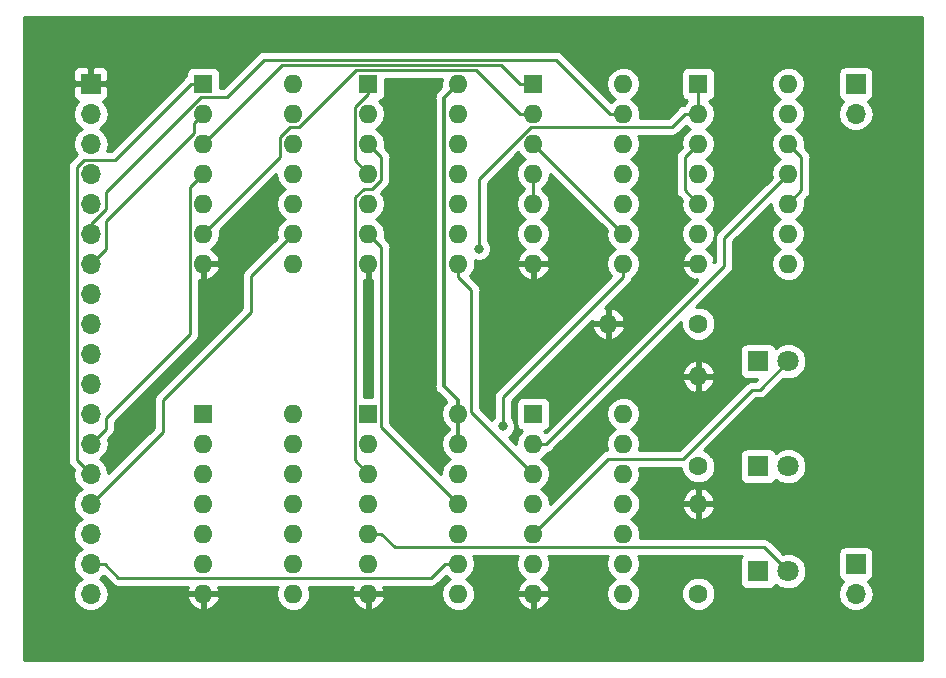
<source format=gbl>
G04 #@! TF.GenerationSoftware,KiCad,Pcbnew,5.0.2+dfsg1-1*
G04 #@! TF.CreationDate,2019-07-27T20:03:22+02:00*
G04 #@! TF.ProjectId,Flags-Register,466c6167-732d-4526-9567-69737465722e,rev?*
G04 #@! TF.SameCoordinates,Original*
G04 #@! TF.FileFunction,Copper,L2,Bot*
G04 #@! TF.FilePolarity,Positive*
%FSLAX46Y46*%
G04 Gerber Fmt 4.6, Leading zero omitted, Abs format (unit mm)*
G04 Created by KiCad (PCBNEW 5.0.2+dfsg1-1) date za 27 jul 2019 20:03:22 CEST*
%MOMM*%
%LPD*%
G01*
G04 APERTURE LIST*
G04 #@! TA.AperFunction,ComponentPad*
%ADD10O,1.700000X1.700000*%
G04 #@! TD*
G04 #@! TA.AperFunction,ComponentPad*
%ADD11R,1.700000X1.700000*%
G04 #@! TD*
G04 #@! TA.AperFunction,ComponentPad*
%ADD12R,1.800000X1.800000*%
G04 #@! TD*
G04 #@! TA.AperFunction,ComponentPad*
%ADD13C,1.800000*%
G04 #@! TD*
G04 #@! TA.AperFunction,ComponentPad*
%ADD14O,1.600000X1.600000*%
G04 #@! TD*
G04 #@! TA.AperFunction,ComponentPad*
%ADD15R,1.600000X1.600000*%
G04 #@! TD*
G04 #@! TA.AperFunction,ComponentPad*
%ADD16C,1.600000*%
G04 #@! TD*
G04 #@! TA.AperFunction,ViaPad*
%ADD17C,0.800000*%
G04 #@! TD*
G04 #@! TA.AperFunction,Conductor*
%ADD18C,0.350000*%
G04 #@! TD*
G04 #@! TA.AperFunction,Conductor*
%ADD19C,0.250000*%
G04 #@! TD*
G04 #@! TA.AperFunction,Conductor*
%ADD20C,0.254000*%
G04 #@! TD*
G04 APERTURE END LIST*
D10*
G04 #@! TO.P,J2,2*
G04 #@! TO.N,Net-(J2-Pad2)*
X110490000Y-48260000D03*
D11*
G04 #@! TO.P,J2,1*
G04 #@! TO.N,Net-(J2-Pad1)*
X110490000Y-45720000D03*
G04 #@! TD*
G04 #@! TO.P,J3,1*
G04 #@! TO.N,Net-(J3-Pad1)*
X110490000Y-86360000D03*
D10*
G04 #@! TO.P,J3,2*
G04 #@! TO.N,Net-(J3-Pad2)*
X110490000Y-88900000D03*
G04 #@! TD*
D11*
G04 #@! TO.P,J1,1*
G04 #@! TO.N,GND*
X45720000Y-45720000D03*
D10*
G04 #@! TO.P,J1,2*
G04 #@! TO.N,+5V*
X45720000Y-48260000D03*
G04 #@! TO.P,J1,3*
G04 #@! TO.N,CLOCK*
X45720000Y-50800000D03*
G04 #@! TO.P,J1,4*
G04 #@! TO.N,Fc_LOAD*
X45720000Y-53340000D03*
G04 #@! TO.P,J1,5*
G04 #@! TO.N,Fz_LOAD*
X45720000Y-55880000D03*
G04 #@! TO.P,J1,6*
G04 #@! TO.N,Flt_LOAD*
X45720000Y-58420000D03*
G04 #@! TO.P,J1,7*
G04 #@! TO.N,Fgt_LOAD*
X45720000Y-60960000D03*
G04 #@! TO.P,J1,8*
G04 #@! TO.N,Feq_LOAD*
X45720000Y-63500000D03*
G04 #@! TO.P,J1,9*
G04 #@! TO.N,Fc_SET*
X45720000Y-66040000D03*
G04 #@! TO.P,J1,10*
G04 #@! TO.N,Fc_CLEAR*
X45720000Y-68580000D03*
G04 #@! TO.P,J1,11*
G04 #@! TO.N,Fc_IN*
X45720000Y-71120000D03*
G04 #@! TO.P,J1,12*
G04 #@! TO.N,Fz_IN*
X45720000Y-73660000D03*
G04 #@! TO.P,J1,13*
G04 #@! TO.N,Flt_IN*
X45720000Y-76200000D03*
G04 #@! TO.P,J1,14*
G04 #@! TO.N,Fgt_IN*
X45720000Y-78740000D03*
G04 #@! TO.P,J1,15*
G04 #@! TO.N,Feq_IN*
X45720000Y-81280000D03*
G04 #@! TO.P,J1,16*
G04 #@! TO.N,Fc_OUT*
X45720000Y-83820000D03*
G04 #@! TO.P,J1,17*
G04 #@! TO.N,Fz_OUT*
X45720000Y-86360000D03*
G04 #@! TO.P,J1,18*
G04 #@! TO.N,Fcmp_OUT*
X45720000Y-88900000D03*
G04 #@! TD*
D12*
G04 #@! TO.P,D3,1*
G04 #@! TO.N,Net-(D3-Pad1)*
X102235000Y-86995000D03*
D13*
G04 #@! TO.P,D3,2*
G04 #@! TO.N,Fcmp_OUT*
X104775000Y-86995000D03*
G04 #@! TD*
G04 #@! TO.P,D2,2*
G04 #@! TO.N,Fc_OUT*
X104775000Y-69215000D03*
D12*
G04 #@! TO.P,D2,1*
G04 #@! TO.N,Net-(D2-Pad1)*
X102235000Y-69215000D03*
G04 #@! TD*
G04 #@! TO.P,D1,1*
G04 #@! TO.N,Net-(D1-Pad1)*
X102235000Y-78105000D03*
D13*
G04 #@! TO.P,D1,2*
G04 #@! TO.N,Fz_OUT*
X104775000Y-78105000D03*
G04 #@! TD*
D14*
G04 #@! TO.P,U7,14*
G04 #@! TO.N,+5V*
X90805000Y-73660000D03*
G04 #@! TO.P,U7,7*
G04 #@! TO.N,GND*
X83185000Y-88900000D03*
G04 #@! TO.P,U7,13*
G04 #@! TO.N,N/C*
X90805000Y-76200000D03*
G04 #@! TO.P,U7,6*
G04 #@! TO.N,Net-(U7-Pad6)*
X83185000Y-86360000D03*
G04 #@! TO.P,U7,12*
G04 #@! TO.N,N/C*
X90805000Y-78740000D03*
G04 #@! TO.P,U7,5*
G04 #@! TO.N,Fc_OUT*
X83185000Y-83820000D03*
G04 #@! TO.P,U7,11*
G04 #@! TO.N,N/C*
X90805000Y-81280000D03*
G04 #@! TO.P,U7,4*
G04 #@! TO.N,Net-(U7-Pad4)*
X83185000Y-81280000D03*
G04 #@! TO.P,U7,10*
G04 #@! TO.N,N/C*
X90805000Y-83820000D03*
G04 #@! TO.P,U7,3*
G04 #@! TO.N,Net-(U2-Pad8)*
X83185000Y-78740000D03*
G04 #@! TO.P,U7,9*
G04 #@! TO.N,N/C*
X90805000Y-86360000D03*
G04 #@! TO.P,U7,2*
G04 #@! TO.N,Net-(U4-Pad11)*
X83185000Y-76200000D03*
G04 #@! TO.P,U7,8*
G04 #@! TO.N,N/C*
X90805000Y-88900000D03*
D15*
G04 #@! TO.P,U7,1*
G04 #@! TO.N,Net-(U5-Pad2)*
X83185000Y-73660000D03*
G04 #@! TD*
G04 #@! TO.P,U6,1*
G04 #@! TO.N,+5V*
X69215000Y-73660000D03*
D14*
G04 #@! TO.P,U6,8*
G04 #@! TO.N,Net-(U6-Pad8)*
X76835000Y-88900000D03*
G04 #@! TO.P,U6,2*
G04 #@! TO.N,Net-(U3-Pad8)*
X69215000Y-76200000D03*
G04 #@! TO.P,U6,9*
G04 #@! TO.N,Fz_OUT*
X76835000Y-86360000D03*
G04 #@! TO.P,U6,3*
G04 #@! TO.N,Net-(U2-Pad3)*
X69215000Y-78740000D03*
G04 #@! TO.P,U6,10*
G04 #@! TO.N,Net-(U6-Pad10)*
X76835000Y-83820000D03*
G04 #@! TO.P,U6,4*
G04 #@! TO.N,Net-(U6-Pad4)*
X69215000Y-81280000D03*
G04 #@! TO.P,U6,11*
G04 #@! TO.N,Net-(U2-Pad6)*
X76835000Y-81280000D03*
G04 #@! TO.P,U6,5*
G04 #@! TO.N,Fcmp_OUT*
X69215000Y-83820000D03*
G04 #@! TO.P,U6,12*
G04 #@! TO.N,Fz_IN*
X76835000Y-78740000D03*
G04 #@! TO.P,U6,6*
G04 #@! TO.N,Net-(U6-Pad6)*
X69215000Y-86360000D03*
G04 #@! TO.P,U6,13*
G04 #@! TO.N,+5V*
X76835000Y-76200000D03*
G04 #@! TO.P,U6,7*
G04 #@! TO.N,GND*
X69215000Y-88900000D03*
G04 #@! TO.P,U6,14*
G04 #@! TO.N,+5V*
X76835000Y-73660000D03*
G04 #@! TD*
G04 #@! TO.P,U5,14*
G04 #@! TO.N,+5V*
X62865000Y-73660000D03*
G04 #@! TO.P,U5,7*
G04 #@! TO.N,GND*
X55245000Y-88900000D03*
G04 #@! TO.P,U5,13*
G04 #@! TO.N,N/C*
X62865000Y-76200000D03*
G04 #@! TO.P,U5,6*
X55245000Y-86360000D03*
G04 #@! TO.P,U5,12*
X62865000Y-78740000D03*
G04 #@! TO.P,U5,5*
X55245000Y-83820000D03*
G04 #@! TO.P,U5,11*
X62865000Y-81280000D03*
G04 #@! TO.P,U5,4*
X55245000Y-81280000D03*
G04 #@! TO.P,U5,10*
X62865000Y-83820000D03*
G04 #@! TO.P,U5,3*
X55245000Y-78740000D03*
G04 #@! TO.P,U5,9*
X62865000Y-86360000D03*
G04 #@! TO.P,U5,2*
G04 #@! TO.N,Net-(U5-Pad2)*
X55245000Y-76200000D03*
G04 #@! TO.P,U5,8*
G04 #@! TO.N,N/C*
X62865000Y-88900000D03*
D15*
G04 #@! TO.P,U5,1*
G04 #@! TO.N,Fc_CLEAR*
X55245000Y-73660000D03*
G04 #@! TD*
G04 #@! TO.P,U4,1*
G04 #@! TO.N,Feq_LOAD*
X97155000Y-45720000D03*
D14*
G04 #@! TO.P,U4,8*
G04 #@! TO.N,Net-(U2-Pad9)*
X104775000Y-60960000D03*
G04 #@! TO.P,U4,2*
G04 #@! TO.N,Feq_LOAD*
X97155000Y-48260000D03*
G04 #@! TO.P,U4,9*
G04 #@! TO.N,Fc_LOAD*
X104775000Y-58420000D03*
G04 #@! TO.P,U4,3*
G04 #@! TO.N,Net-(U4-Pad3)*
X97155000Y-50800000D03*
G04 #@! TO.P,U4,10*
G04 #@! TO.N,Fc_SET*
X104775000Y-55880000D03*
G04 #@! TO.P,U4,4*
G04 #@! TO.N,Net-(U3-Pad11)*
X97155000Y-53340000D03*
G04 #@! TO.P,U4,11*
G04 #@! TO.N,Net-(U4-Pad11)*
X104775000Y-53340000D03*
G04 #@! TO.P,U4,5*
G04 #@! TO.N,Net-(U4-Pad3)*
X97155000Y-55880000D03*
G04 #@! TO.P,U4,12*
G04 #@! TO.N,Fc_SET*
X104775000Y-50800000D03*
G04 #@! TO.P,U4,6*
G04 #@! TO.N,Net-(U2-Pad2)*
X97155000Y-58420000D03*
G04 #@! TO.P,U4,13*
G04 #@! TO.N,Fc_IN*
X104775000Y-48260000D03*
G04 #@! TO.P,U4,7*
G04 #@! TO.N,GND*
X97155000Y-60960000D03*
G04 #@! TO.P,U4,14*
G04 #@! TO.N,+5V*
X104775000Y-45720000D03*
G04 #@! TD*
G04 #@! TO.P,U3,14*
G04 #@! TO.N,+5V*
X90805000Y-45720000D03*
G04 #@! TO.P,U3,7*
G04 #@! TO.N,GND*
X83185000Y-60960000D03*
G04 #@! TO.P,U3,13*
G04 #@! TO.N,Flt_LOAD*
X90805000Y-48260000D03*
G04 #@! TO.P,U3,6*
G04 #@! TO.N,Net-(U3-Pad10)*
X83185000Y-58420000D03*
G04 #@! TO.P,U3,12*
G04 #@! TO.N,Fgt_LOAD*
X90805000Y-50800000D03*
G04 #@! TO.P,U3,5*
G04 #@! TO.N,Net-(U1-Pad8)*
X83185000Y-55880000D03*
G04 #@! TO.P,U3,11*
G04 #@! TO.N,Net-(U3-Pad11)*
X90805000Y-53340000D03*
G04 #@! TO.P,U3,4*
G04 #@! TO.N,Net-(U1-Pad8)*
X83185000Y-53340000D03*
G04 #@! TO.P,U3,10*
G04 #@! TO.N,Net-(U3-Pad10)*
X90805000Y-55880000D03*
G04 #@! TO.P,U3,3*
G04 #@! TO.N,Net-(U3-Pad3)*
X83185000Y-50800000D03*
G04 #@! TO.P,U3,9*
X90805000Y-58420000D03*
G04 #@! TO.P,U3,2*
G04 #@! TO.N,Net-(U1-Pad6)*
X83185000Y-48260000D03*
G04 #@! TO.P,U3,8*
G04 #@! TO.N,Net-(U3-Pad8)*
X90805000Y-60960000D03*
D15*
G04 #@! TO.P,U3,1*
G04 #@! TO.N,Net-(U1-Pad3)*
X83185000Y-45720000D03*
G04 #@! TD*
G04 #@! TO.P,U2,1*
G04 #@! TO.N,CLOCK*
X69215000Y-45720000D03*
D14*
G04 #@! TO.P,U2,8*
G04 #@! TO.N,Net-(U2-Pad8)*
X76835000Y-60960000D03*
G04 #@! TO.P,U2,2*
G04 #@! TO.N,Net-(U2-Pad2)*
X69215000Y-48260000D03*
G04 #@! TO.P,U2,9*
G04 #@! TO.N,Net-(U2-Pad9)*
X76835000Y-58420000D03*
G04 #@! TO.P,U2,3*
G04 #@! TO.N,Net-(U2-Pad3)*
X69215000Y-50800000D03*
G04 #@! TO.P,U2,10*
G04 #@! TO.N,CLOCK*
X76835000Y-55880000D03*
G04 #@! TO.P,U2,4*
X69215000Y-53340000D03*
G04 #@! TO.P,U2,11*
G04 #@! TO.N,N/C*
X76835000Y-53340000D03*
G04 #@! TO.P,U2,5*
G04 #@! TO.N,Fz_LOAD*
X69215000Y-55880000D03*
G04 #@! TO.P,U2,12*
G04 #@! TO.N,N/C*
X76835000Y-50800000D03*
G04 #@! TO.P,U2,6*
G04 #@! TO.N,Net-(U2-Pad6)*
X69215000Y-58420000D03*
G04 #@! TO.P,U2,13*
G04 #@! TO.N,N/C*
X76835000Y-48260000D03*
G04 #@! TO.P,U2,7*
G04 #@! TO.N,GND*
X69215000Y-60960000D03*
G04 #@! TO.P,U2,14*
G04 #@! TO.N,+5V*
X76835000Y-45720000D03*
G04 #@! TD*
G04 #@! TO.P,U1,14*
G04 #@! TO.N,+5V*
X62865000Y-45720000D03*
G04 #@! TO.P,U1,7*
G04 #@! TO.N,GND*
X55245000Y-60960000D03*
G04 #@! TO.P,U1,13*
G04 #@! TO.N,N/C*
X62865000Y-48260000D03*
G04 #@! TO.P,U1,6*
G04 #@! TO.N,Net-(U1-Pad6)*
X55245000Y-58420000D03*
G04 #@! TO.P,U1,12*
G04 #@! TO.N,N/C*
X62865000Y-50800000D03*
G04 #@! TO.P,U1,5*
G04 #@! TO.N,Flt_LOAD*
X55245000Y-55880000D03*
G04 #@! TO.P,U1,11*
G04 #@! TO.N,N/C*
X62865000Y-53340000D03*
G04 #@! TO.P,U1,4*
G04 #@! TO.N,Flt_IN*
X55245000Y-53340000D03*
G04 #@! TO.P,U1,10*
G04 #@! TO.N,Feq_LOAD*
X62865000Y-55880000D03*
G04 #@! TO.P,U1,3*
G04 #@! TO.N,Net-(U1-Pad3)*
X55245000Y-50800000D03*
G04 #@! TO.P,U1,9*
G04 #@! TO.N,Feq_IN*
X62865000Y-58420000D03*
G04 #@! TO.P,U1,2*
G04 #@! TO.N,Fgt_LOAD*
X55245000Y-48260000D03*
G04 #@! TO.P,U1,8*
G04 #@! TO.N,Net-(U1-Pad8)*
X62865000Y-60960000D03*
D15*
G04 #@! TO.P,U1,1*
G04 #@! TO.N,Fgt_IN*
X55245000Y-45720000D03*
G04 #@! TD*
D16*
G04 #@! TO.P,R3,1*
G04 #@! TO.N,Net-(D3-Pad1)*
X97155000Y-88900000D03*
D14*
G04 #@! TO.P,R3,2*
G04 #@! TO.N,GND*
X97155000Y-81280000D03*
G04 #@! TD*
G04 #@! TO.P,R2,2*
G04 #@! TO.N,GND*
X89535000Y-66040000D03*
D16*
G04 #@! TO.P,R2,1*
G04 #@! TO.N,Net-(D2-Pad1)*
X97155000Y-66040000D03*
G04 #@! TD*
G04 #@! TO.P,R1,1*
G04 #@! TO.N,Net-(D1-Pad1)*
X97155000Y-78105000D03*
D14*
G04 #@! TO.P,R1,2*
G04 #@! TO.N,GND*
X97155000Y-70485000D03*
G04 #@! TD*
D17*
G04 #@! TO.N,GND*
X86487000Y-70104000D03*
X80010000Y-70104000D03*
X93853000Y-70104000D03*
X56261000Y-65532000D03*
X72771000Y-60960000D03*
X72771000Y-65532000D03*
G04 #@! TO.N,Feq_LOAD*
X78587600Y-59690000D03*
G04 #@! TO.N,Net-(U3-Pad8)*
X80615600Y-74733300D03*
G04 #@! TD*
D18*
G04 #@! TO.N,GND*
X72771000Y-64966315D02*
X72771000Y-60960000D01*
X72771000Y-65532000D02*
X72771000Y-64966315D01*
D19*
G04 #@! TO.N,Fgt_IN*
X44544700Y-77564700D02*
X44544700Y-52776298D01*
X44544700Y-52776298D02*
X45155999Y-52164999D01*
X54195000Y-45720000D02*
X55245000Y-45720000D01*
X47750001Y-52164999D02*
X54195000Y-45720000D01*
X45720000Y-78740000D02*
X44544700Y-77564700D01*
X45155999Y-52164999D02*
X47750001Y-52164999D01*
G04 #@! TO.N,Net-(U1-Pad8)*
X83185000Y-55880000D02*
X83185000Y-53340000D01*
G04 #@! TO.N,Fgt_LOAD*
X46990000Y-59690000D02*
X45720000Y-60960000D01*
X46990000Y-57358900D02*
X46990000Y-59690000D01*
X54445001Y-49903899D02*
X46990000Y-57358900D01*
X54445001Y-49059999D02*
X54445001Y-49903899D01*
X55245000Y-48260000D02*
X54445001Y-49059999D01*
G04 #@! TO.N,Feq_IN*
X45720000Y-81280000D02*
X51816000Y-75184000D01*
X51816000Y-75184000D02*
X51816000Y-72517000D01*
X51816000Y-72517000D02*
X59309000Y-65024000D01*
X59309000Y-61976000D02*
X59309000Y-63881000D01*
X62865000Y-58420000D02*
X59309000Y-61976000D01*
X59309000Y-65024000D02*
X59309000Y-63881000D01*
G04 #@! TO.N,Net-(U1-Pad3)*
X82059700Y-45720000D02*
X83185000Y-45720000D01*
X61907700Y-44137300D02*
X80477000Y-44137300D01*
X80477000Y-44137300D02*
X82059700Y-45720000D01*
X55245000Y-50800000D02*
X61907700Y-44137300D01*
G04 #@! TO.N,Feq_LOAD*
X97155000Y-45720000D02*
X97155000Y-48260000D01*
X94904400Y-49385300D02*
X96029700Y-48260000D01*
X83002200Y-49385300D02*
X94904400Y-49385300D01*
X78577400Y-53810100D02*
X83002200Y-49385300D01*
X96029700Y-48260000D02*
X97155000Y-48260000D01*
X78587600Y-59690000D02*
X78577400Y-53810100D01*
G04 #@! TO.N,Flt_IN*
X54119700Y-54465300D02*
X55245000Y-53340000D01*
X46990000Y-74930000D02*
X46990000Y-74056000D01*
X54119700Y-66926300D02*
X54119700Y-54465300D01*
X46990000Y-74056000D02*
X54119700Y-66926300D01*
X45720000Y-76200000D02*
X46990000Y-74930000D01*
G04 #@! TO.N,Flt_LOAD*
X90805000Y-48260000D02*
X89679700Y-48260000D01*
X55034400Y-46845400D02*
X57253800Y-46845400D01*
X57253800Y-46845400D02*
X60413900Y-43685300D01*
X60413900Y-43685300D02*
X85105000Y-43685300D01*
X85105000Y-43685300D02*
X89679700Y-48260000D01*
X47015800Y-56323202D02*
X47015800Y-54864000D01*
X45720000Y-57619002D02*
X47015800Y-56323202D01*
X45720000Y-58420000D02*
X45720000Y-57619002D01*
X47015800Y-54864000D02*
X55034400Y-46845400D01*
G04 #@! TO.N,Net-(U1-Pad6)*
X78387400Y-44587700D02*
X82059700Y-48260000D01*
X68162298Y-44587700D02*
X78387400Y-44587700D01*
X82059700Y-48260000D02*
X83185000Y-48260000D01*
X62614997Y-49385001D02*
X63364997Y-49385001D01*
X61739999Y-50259999D02*
X62614997Y-49385001D01*
X63364997Y-49385001D02*
X68162298Y-44587700D01*
X61739999Y-51925001D02*
X61739999Y-50259999D01*
X55245000Y-58420000D02*
X61739999Y-51925001D01*
G04 #@! TO.N,Net-(U2-Pad3)*
X70343400Y-51928400D02*
X69215000Y-50800000D01*
X69215000Y-78740000D02*
X68089700Y-77614700D01*
X68089700Y-77614700D02*
X68089700Y-55347600D01*
X68089700Y-55347600D02*
X68827300Y-54610000D01*
X70343400Y-53831600D02*
X70343400Y-51928400D01*
X68827300Y-54610000D02*
X69565000Y-54610000D01*
X69565000Y-54610000D02*
X70343400Y-53831600D01*
G04 #@! TO.N,Net-(U2-Pad8)*
X77960300Y-73515300D02*
X83185000Y-78740000D01*
X77960300Y-63210600D02*
X77960300Y-73515300D01*
X76835000Y-62085300D02*
X77960300Y-63210600D01*
X76835000Y-60960000D02*
X76835000Y-62085300D01*
G04 #@! TO.N,Net-(U3-Pad3)*
X83185000Y-50800000D02*
X90805000Y-58420000D01*
G04 #@! TO.N,Fc_SET*
X105900300Y-54754700D02*
X105900300Y-51925300D01*
X105900300Y-51925300D02*
X104775000Y-50800000D01*
X104775000Y-55880000D02*
X105900300Y-54754700D01*
G04 #@! TO.N,CLOCK*
X69215000Y-46563900D02*
X68089700Y-47689200D01*
X68089700Y-52214700D02*
X69215000Y-53340000D01*
X68089700Y-47689200D02*
X68089700Y-52214700D01*
X69215000Y-45720000D02*
X69215000Y-46563900D01*
D18*
G04 #@! TO.N,+5V*
X76835000Y-73660000D02*
X76835000Y-76200000D01*
X76835000Y-72484700D02*
X76835000Y-73660000D01*
X75653800Y-46901200D02*
X75653800Y-71303500D01*
X75653800Y-71303500D02*
X76835000Y-72484700D01*
X76835000Y-45720000D02*
X75653800Y-46901200D01*
D19*
G04 #@! TO.N,Fcmp_OUT*
X69215000Y-83820000D02*
X70340300Y-83820000D01*
X104775000Y-86995000D02*
X102725300Y-84945300D01*
X102725300Y-84945300D02*
X71465600Y-84945300D01*
X71465600Y-84945300D02*
X70340300Y-83820000D01*
G04 #@! TO.N,Fz_OUT*
X45720000Y-86360000D02*
X46895300Y-86360000D01*
X76835000Y-86360000D02*
X75709700Y-86360000D01*
X75709700Y-86360000D02*
X74534400Y-87535300D01*
X74534400Y-87535300D02*
X48070600Y-87535300D01*
X48070600Y-87535300D02*
X46895300Y-86360000D01*
G04 #@! TO.N,Fc_OUT*
X102379600Y-71610400D02*
X104775000Y-69215000D01*
X101744600Y-71610400D02*
X102379600Y-71610400D01*
X95885000Y-77470000D02*
X101744600Y-71610400D01*
X89535000Y-77470000D02*
X95885000Y-77470000D01*
X83185000Y-83820000D02*
X89535000Y-77470000D01*
G04 #@! TO.N,Net-(U3-Pad8)*
X90805000Y-60960000D02*
X90805000Y-62085300D01*
X90805000Y-62085300D02*
X80615600Y-72274700D01*
X80615600Y-72274700D02*
X80615600Y-74733300D01*
G04 #@! TO.N,Net-(U4-Pad3)*
X96029700Y-51925300D02*
X97155000Y-50800000D01*
X96029700Y-54754700D02*
X96029700Y-51925300D01*
X97155000Y-55880000D02*
X96029700Y-54754700D01*
G04 #@! TO.N,Net-(U2-Pad6)*
X70340300Y-59545300D02*
X70340300Y-74785300D01*
X70340300Y-74785300D02*
X76835000Y-81280000D01*
X69215000Y-58420000D02*
X70340300Y-59545300D01*
G04 #@! TO.N,Net-(U4-Pad11)*
X83185000Y-76200000D02*
X84310300Y-76200000D01*
X104775000Y-53340000D02*
X99359100Y-58755900D01*
X99359100Y-58755900D02*
X99359100Y-61151200D01*
X99359100Y-61151200D02*
X84310300Y-76200000D01*
G04 #@! TD*
D20*
G04 #@! TO.N,GND*
G36*
X116130001Y-94540000D02*
X40080000Y-94540000D01*
X40080000Y-52776298D01*
X43769812Y-52776298D01*
X43784701Y-52851150D01*
X43784700Y-77489853D01*
X43769812Y-77564700D01*
X43784700Y-77639547D01*
X43784700Y-77639551D01*
X43828796Y-77861236D01*
X43996771Y-78112629D01*
X44060230Y-78155031D01*
X44278791Y-78373592D01*
X44205908Y-78740000D01*
X44321161Y-79319418D01*
X44649375Y-79810625D01*
X44947761Y-80010000D01*
X44649375Y-80209375D01*
X44321161Y-80700582D01*
X44205908Y-81280000D01*
X44321161Y-81859418D01*
X44649375Y-82350625D01*
X44947761Y-82550000D01*
X44649375Y-82749375D01*
X44321161Y-83240582D01*
X44205908Y-83820000D01*
X44321161Y-84399418D01*
X44649375Y-84890625D01*
X44947761Y-85090000D01*
X44649375Y-85289375D01*
X44321161Y-85780582D01*
X44205908Y-86360000D01*
X44321161Y-86939418D01*
X44649375Y-87430625D01*
X44947761Y-87630000D01*
X44649375Y-87829375D01*
X44321161Y-88320582D01*
X44205908Y-88900000D01*
X44321161Y-89479418D01*
X44649375Y-89970625D01*
X45140582Y-90298839D01*
X45573744Y-90385000D01*
X45866256Y-90385000D01*
X46299418Y-90298839D01*
X46790625Y-89970625D01*
X47118839Y-89479418D01*
X47164664Y-89249039D01*
X53853096Y-89249039D01*
X54013959Y-89637423D01*
X54389866Y-90052389D01*
X54895959Y-90291914D01*
X55118000Y-90170629D01*
X55118000Y-89027000D01*
X55372000Y-89027000D01*
X55372000Y-90170629D01*
X55594041Y-90291914D01*
X56100134Y-90052389D01*
X56476041Y-89637423D01*
X56636904Y-89249039D01*
X56514915Y-89027000D01*
X55372000Y-89027000D01*
X55118000Y-89027000D01*
X53975085Y-89027000D01*
X53853096Y-89249039D01*
X47164664Y-89249039D01*
X47234092Y-88900000D01*
X47118839Y-88320582D01*
X46790625Y-87829375D01*
X46492239Y-87630000D01*
X46790625Y-87430625D01*
X46830879Y-87370380D01*
X47480271Y-88019773D01*
X47522671Y-88083229D01*
X47774063Y-88251204D01*
X47995748Y-88295300D01*
X47995752Y-88295300D01*
X48070599Y-88310188D01*
X48145446Y-88295300D01*
X53958987Y-88295300D01*
X53853096Y-88550961D01*
X53975085Y-88773000D01*
X55118000Y-88773000D01*
X55118000Y-88753000D01*
X55372000Y-88753000D01*
X55372000Y-88773000D01*
X56514915Y-88773000D01*
X56636904Y-88550961D01*
X56531013Y-88295300D01*
X61543188Y-88295300D01*
X61513260Y-88340091D01*
X61401887Y-88900000D01*
X61513260Y-89459909D01*
X61830423Y-89934577D01*
X62305091Y-90251740D01*
X62723667Y-90335000D01*
X63006333Y-90335000D01*
X63424909Y-90251740D01*
X63899577Y-89934577D01*
X64216740Y-89459909D01*
X64258684Y-89249039D01*
X67823096Y-89249039D01*
X67983959Y-89637423D01*
X68359866Y-90052389D01*
X68865959Y-90291914D01*
X69088000Y-90170629D01*
X69088000Y-89027000D01*
X69342000Y-89027000D01*
X69342000Y-90170629D01*
X69564041Y-90291914D01*
X70070134Y-90052389D01*
X70446041Y-89637423D01*
X70606904Y-89249039D01*
X70484915Y-89027000D01*
X69342000Y-89027000D01*
X69088000Y-89027000D01*
X67945085Y-89027000D01*
X67823096Y-89249039D01*
X64258684Y-89249039D01*
X64328113Y-88900000D01*
X64216740Y-88340091D01*
X64186812Y-88295300D01*
X67928987Y-88295300D01*
X67823096Y-88550961D01*
X67945085Y-88773000D01*
X69088000Y-88773000D01*
X69088000Y-88753000D01*
X69342000Y-88753000D01*
X69342000Y-88773000D01*
X70484915Y-88773000D01*
X70606904Y-88550961D01*
X70501013Y-88295300D01*
X74459553Y-88295300D01*
X74534400Y-88310188D01*
X74609247Y-88295300D01*
X74609252Y-88295300D01*
X74830937Y-88251204D01*
X75082329Y-88083229D01*
X75124731Y-88019770D01*
X75780196Y-87364305D01*
X75800423Y-87394577D01*
X76152758Y-87630000D01*
X75800423Y-87865423D01*
X75483260Y-88340091D01*
X75371887Y-88900000D01*
X75483260Y-89459909D01*
X75800423Y-89934577D01*
X76275091Y-90251740D01*
X76693667Y-90335000D01*
X76976333Y-90335000D01*
X77394909Y-90251740D01*
X77869577Y-89934577D01*
X78186740Y-89459909D01*
X78228684Y-89249039D01*
X81793096Y-89249039D01*
X81953959Y-89637423D01*
X82329866Y-90052389D01*
X82835959Y-90291914D01*
X83058000Y-90170629D01*
X83058000Y-89027000D01*
X83312000Y-89027000D01*
X83312000Y-90170629D01*
X83534041Y-90291914D01*
X84040134Y-90052389D01*
X84416041Y-89637423D01*
X84576904Y-89249039D01*
X84454915Y-89027000D01*
X83312000Y-89027000D01*
X83058000Y-89027000D01*
X81915085Y-89027000D01*
X81793096Y-89249039D01*
X78228684Y-89249039D01*
X78298113Y-88900000D01*
X78186740Y-88340091D01*
X77869577Y-87865423D01*
X77517242Y-87630000D01*
X77869577Y-87394577D01*
X78186740Y-86919909D01*
X78298113Y-86360000D01*
X78186740Y-85800091D01*
X78123403Y-85705300D01*
X81896597Y-85705300D01*
X81833260Y-85800091D01*
X81721887Y-86360000D01*
X81833260Y-86919909D01*
X82150423Y-87394577D01*
X82534108Y-87650947D01*
X82329866Y-87747611D01*
X81953959Y-88162577D01*
X81793096Y-88550961D01*
X81915085Y-88773000D01*
X83058000Y-88773000D01*
X83058000Y-88753000D01*
X83312000Y-88753000D01*
X83312000Y-88773000D01*
X84454915Y-88773000D01*
X84576904Y-88550961D01*
X84416041Y-88162577D01*
X84040134Y-87747611D01*
X83835892Y-87650947D01*
X84219577Y-87394577D01*
X84536740Y-86919909D01*
X84648113Y-86360000D01*
X84536740Y-85800091D01*
X84473403Y-85705300D01*
X89516597Y-85705300D01*
X89453260Y-85800091D01*
X89341887Y-86360000D01*
X89453260Y-86919909D01*
X89770423Y-87394577D01*
X90122758Y-87630000D01*
X89770423Y-87865423D01*
X89453260Y-88340091D01*
X89341887Y-88900000D01*
X89453260Y-89459909D01*
X89770423Y-89934577D01*
X90245091Y-90251740D01*
X90663667Y-90335000D01*
X90946333Y-90335000D01*
X91364909Y-90251740D01*
X91839577Y-89934577D01*
X92156740Y-89459909D01*
X92268113Y-88900000D01*
X92211336Y-88614561D01*
X95720000Y-88614561D01*
X95720000Y-89185439D01*
X95938466Y-89712862D01*
X96342138Y-90116534D01*
X96869561Y-90335000D01*
X97440439Y-90335000D01*
X97967862Y-90116534D01*
X98371534Y-89712862D01*
X98590000Y-89185439D01*
X98590000Y-88900000D01*
X108975908Y-88900000D01*
X109091161Y-89479418D01*
X109419375Y-89970625D01*
X109910582Y-90298839D01*
X110343744Y-90385000D01*
X110636256Y-90385000D01*
X111069418Y-90298839D01*
X111560625Y-89970625D01*
X111888839Y-89479418D01*
X112004092Y-88900000D01*
X111888839Y-88320582D01*
X111560625Y-87829375D01*
X111542381Y-87817184D01*
X111587765Y-87808157D01*
X111797809Y-87667809D01*
X111938157Y-87457765D01*
X111987440Y-87210000D01*
X111987440Y-85510000D01*
X111938157Y-85262235D01*
X111797809Y-85052191D01*
X111587765Y-84911843D01*
X111340000Y-84862560D01*
X109640000Y-84862560D01*
X109392235Y-84911843D01*
X109182191Y-85052191D01*
X109041843Y-85262235D01*
X108992560Y-85510000D01*
X108992560Y-87210000D01*
X109041843Y-87457765D01*
X109182191Y-87667809D01*
X109392235Y-87808157D01*
X109437619Y-87817184D01*
X109419375Y-87829375D01*
X109091161Y-88320582D01*
X108975908Y-88900000D01*
X98590000Y-88900000D01*
X98590000Y-88614561D01*
X98371534Y-88087138D01*
X97967862Y-87683466D01*
X97440439Y-87465000D01*
X96869561Y-87465000D01*
X96342138Y-87683466D01*
X95938466Y-88087138D01*
X95720000Y-88614561D01*
X92211336Y-88614561D01*
X92156740Y-88340091D01*
X91839577Y-87865423D01*
X91487242Y-87630000D01*
X91839577Y-87394577D01*
X92156740Y-86919909D01*
X92268113Y-86360000D01*
X92156740Y-85800091D01*
X92093403Y-85705300D01*
X100831682Y-85705300D01*
X100736843Y-85847235D01*
X100687560Y-86095000D01*
X100687560Y-87895000D01*
X100736843Y-88142765D01*
X100877191Y-88352809D01*
X101087235Y-88493157D01*
X101335000Y-88542440D01*
X103135000Y-88542440D01*
X103382765Y-88493157D01*
X103592809Y-88352809D01*
X103733157Y-88142765D01*
X103736275Y-88127092D01*
X103905493Y-88296310D01*
X104469670Y-88530000D01*
X105080330Y-88530000D01*
X105644507Y-88296310D01*
X106076310Y-87864507D01*
X106310000Y-87300330D01*
X106310000Y-86689670D01*
X106076310Y-86125493D01*
X105644507Y-85693690D01*
X105080330Y-85460000D01*
X104469670Y-85460000D01*
X104360161Y-85505360D01*
X103315631Y-84460830D01*
X103273229Y-84397371D01*
X103021837Y-84229396D01*
X102800152Y-84185300D01*
X102800147Y-84185300D01*
X102725300Y-84170412D01*
X102650453Y-84185300D01*
X92195450Y-84185300D01*
X92268113Y-83820000D01*
X92156740Y-83260091D01*
X91839577Y-82785423D01*
X91487242Y-82550000D01*
X91839577Y-82314577D01*
X92156740Y-81839909D01*
X92198684Y-81629041D01*
X95763086Y-81629041D01*
X96002611Y-82135134D01*
X96417577Y-82511041D01*
X96805961Y-82671904D01*
X97028000Y-82549915D01*
X97028000Y-81407000D01*
X97282000Y-81407000D01*
X97282000Y-82549915D01*
X97504039Y-82671904D01*
X97892423Y-82511041D01*
X98307389Y-82135134D01*
X98546914Y-81629041D01*
X98425629Y-81407000D01*
X97282000Y-81407000D01*
X97028000Y-81407000D01*
X95884371Y-81407000D01*
X95763086Y-81629041D01*
X92198684Y-81629041D01*
X92268113Y-81280000D01*
X92198685Y-80930959D01*
X95763086Y-80930959D01*
X95884371Y-81153000D01*
X97028000Y-81153000D01*
X97028000Y-80010085D01*
X97282000Y-80010085D01*
X97282000Y-81153000D01*
X98425629Y-81153000D01*
X98546914Y-80930959D01*
X98307389Y-80424866D01*
X97892423Y-80048959D01*
X97504039Y-79888096D01*
X97282000Y-80010085D01*
X97028000Y-80010085D01*
X96805961Y-79888096D01*
X96417577Y-80048959D01*
X96002611Y-80424866D01*
X95763086Y-80930959D01*
X92198685Y-80930959D01*
X92156740Y-80720091D01*
X91839577Y-80245423D01*
X91487242Y-80010000D01*
X91839577Y-79774577D01*
X92156740Y-79299909D01*
X92268113Y-78740000D01*
X92166668Y-78230000D01*
X95720000Y-78230000D01*
X95720000Y-78390439D01*
X95938466Y-78917862D01*
X96342138Y-79321534D01*
X96869561Y-79540000D01*
X97440439Y-79540000D01*
X97967862Y-79321534D01*
X98371534Y-78917862D01*
X98590000Y-78390439D01*
X98590000Y-77819561D01*
X98371534Y-77292138D01*
X98284396Y-77205000D01*
X100687560Y-77205000D01*
X100687560Y-79005000D01*
X100736843Y-79252765D01*
X100877191Y-79462809D01*
X101087235Y-79603157D01*
X101335000Y-79652440D01*
X103135000Y-79652440D01*
X103382765Y-79603157D01*
X103592809Y-79462809D01*
X103733157Y-79252765D01*
X103736275Y-79237092D01*
X103905493Y-79406310D01*
X104469670Y-79640000D01*
X105080330Y-79640000D01*
X105644507Y-79406310D01*
X106076310Y-78974507D01*
X106310000Y-78410330D01*
X106310000Y-77799670D01*
X106076310Y-77235493D01*
X105644507Y-76803690D01*
X105080330Y-76570000D01*
X104469670Y-76570000D01*
X103905493Y-76803690D01*
X103736275Y-76972908D01*
X103733157Y-76957235D01*
X103592809Y-76747191D01*
X103382765Y-76606843D01*
X103135000Y-76557560D01*
X101335000Y-76557560D01*
X101087235Y-76606843D01*
X100877191Y-76747191D01*
X100736843Y-76957235D01*
X100687560Y-77205000D01*
X98284396Y-77205000D01*
X97967862Y-76888466D01*
X97666262Y-76763539D01*
X102059402Y-72370400D01*
X102304753Y-72370400D01*
X102379600Y-72385288D01*
X102454447Y-72370400D01*
X102454452Y-72370400D01*
X102676137Y-72326304D01*
X102927529Y-72158329D01*
X102969931Y-72094870D01*
X104360162Y-70704640D01*
X104469670Y-70750000D01*
X105080330Y-70750000D01*
X105644507Y-70516310D01*
X106076310Y-70084507D01*
X106310000Y-69520330D01*
X106310000Y-68909670D01*
X106076310Y-68345493D01*
X105644507Y-67913690D01*
X105080330Y-67680000D01*
X104469670Y-67680000D01*
X103905493Y-67913690D01*
X103736275Y-68082908D01*
X103733157Y-68067235D01*
X103592809Y-67857191D01*
X103382765Y-67716843D01*
X103135000Y-67667560D01*
X101335000Y-67667560D01*
X101087235Y-67716843D01*
X100877191Y-67857191D01*
X100736843Y-68067235D01*
X100687560Y-68315000D01*
X100687560Y-70115000D01*
X100736843Y-70362765D01*
X100877191Y-70572809D01*
X101087235Y-70713157D01*
X101335000Y-70762440D01*
X102152759Y-70762440D01*
X102064799Y-70850400D01*
X101819448Y-70850400D01*
X101744600Y-70835512D01*
X101669752Y-70850400D01*
X101669748Y-70850400D01*
X101496205Y-70884920D01*
X101448062Y-70894496D01*
X101261018Y-71019476D01*
X101196671Y-71062471D01*
X101154271Y-71125927D01*
X95570199Y-76710000D01*
X92166668Y-76710000D01*
X92268113Y-76200000D01*
X92156740Y-75640091D01*
X91839577Y-75165423D01*
X91487242Y-74930000D01*
X91839577Y-74694577D01*
X92156740Y-74219909D01*
X92268113Y-73660000D01*
X92156740Y-73100091D01*
X91839577Y-72625423D01*
X91364909Y-72308260D01*
X90946333Y-72225000D01*
X90663667Y-72225000D01*
X90245091Y-72308260D01*
X89770423Y-72625423D01*
X89453260Y-73100091D01*
X89341887Y-73660000D01*
X89453260Y-74219909D01*
X89770423Y-74694577D01*
X90122758Y-74930000D01*
X89770423Y-75165423D01*
X89453260Y-75640091D01*
X89341887Y-76200000D01*
X89443972Y-76713218D01*
X89238463Y-76754096D01*
X88987071Y-76922071D01*
X88944671Y-76985527D01*
X84647595Y-81282604D01*
X84648113Y-81280000D01*
X84536740Y-80720091D01*
X84219577Y-80245423D01*
X83867242Y-80010000D01*
X84219577Y-79774577D01*
X84536740Y-79299909D01*
X84648113Y-78740000D01*
X84536740Y-78180091D01*
X84219577Y-77705423D01*
X83867242Y-77470000D01*
X84219577Y-77234577D01*
X84405786Y-76955896D01*
X84606837Y-76915904D01*
X84858229Y-76747929D01*
X84900631Y-76684470D01*
X90751060Y-70834041D01*
X95763086Y-70834041D01*
X96002611Y-71340134D01*
X96417577Y-71716041D01*
X96805961Y-71876904D01*
X97028000Y-71754915D01*
X97028000Y-70612000D01*
X97282000Y-70612000D01*
X97282000Y-71754915D01*
X97504039Y-71876904D01*
X97892423Y-71716041D01*
X98307389Y-71340134D01*
X98546914Y-70834041D01*
X98425629Y-70612000D01*
X97282000Y-70612000D01*
X97028000Y-70612000D01*
X95884371Y-70612000D01*
X95763086Y-70834041D01*
X90751060Y-70834041D01*
X91449142Y-70135959D01*
X95763086Y-70135959D01*
X95884371Y-70358000D01*
X97028000Y-70358000D01*
X97028000Y-69215085D01*
X97282000Y-69215085D01*
X97282000Y-70358000D01*
X98425629Y-70358000D01*
X98546914Y-70135959D01*
X98307389Y-69629866D01*
X97892423Y-69253959D01*
X97504039Y-69093096D01*
X97282000Y-69215085D01*
X97028000Y-69215085D01*
X96805961Y-69093096D01*
X96417577Y-69253959D01*
X96002611Y-69629866D01*
X95763086Y-70135959D01*
X91449142Y-70135959D01*
X95720000Y-65865102D01*
X95720000Y-66325439D01*
X95938466Y-66852862D01*
X96342138Y-67256534D01*
X96869561Y-67475000D01*
X97440439Y-67475000D01*
X97967862Y-67256534D01*
X98371534Y-66852862D01*
X98590000Y-66325439D01*
X98590000Y-65754561D01*
X98371534Y-65227138D01*
X97967862Y-64823466D01*
X97440439Y-64605000D01*
X96980102Y-64605000D01*
X99843573Y-61741529D01*
X99907029Y-61699129D01*
X100075004Y-61447737D01*
X100119100Y-61226052D01*
X100119100Y-61226048D01*
X100133988Y-61151201D01*
X100119100Y-61076354D01*
X100119100Y-59070701D01*
X103312405Y-55877397D01*
X103311887Y-55880000D01*
X103423260Y-56439909D01*
X103740423Y-56914577D01*
X104092758Y-57150000D01*
X103740423Y-57385423D01*
X103423260Y-57860091D01*
X103311887Y-58420000D01*
X103423260Y-58979909D01*
X103740423Y-59454577D01*
X104092758Y-59690000D01*
X103740423Y-59925423D01*
X103423260Y-60400091D01*
X103311887Y-60960000D01*
X103423260Y-61519909D01*
X103740423Y-61994577D01*
X104215091Y-62311740D01*
X104633667Y-62395000D01*
X104916333Y-62395000D01*
X105334909Y-62311740D01*
X105809577Y-61994577D01*
X106126740Y-61519909D01*
X106238113Y-60960000D01*
X106126740Y-60400091D01*
X105809577Y-59925423D01*
X105457242Y-59690000D01*
X105809577Y-59454577D01*
X106126740Y-58979909D01*
X106238113Y-58420000D01*
X106126740Y-57860091D01*
X105809577Y-57385423D01*
X105457242Y-57150000D01*
X105809577Y-56914577D01*
X106126740Y-56439909D01*
X106238113Y-55880000D01*
X106173688Y-55556114D01*
X106384773Y-55345029D01*
X106448229Y-55302629D01*
X106616204Y-55051237D01*
X106660300Y-54829552D01*
X106660300Y-54829548D01*
X106675188Y-54754700D01*
X106660300Y-54679852D01*
X106660300Y-52000148D01*
X106675188Y-51925300D01*
X106660300Y-51850452D01*
X106660300Y-51850448D01*
X106616204Y-51628763D01*
X106448229Y-51377371D01*
X106384773Y-51334971D01*
X106173688Y-51123886D01*
X106238113Y-50800000D01*
X106126740Y-50240091D01*
X105809577Y-49765423D01*
X105457242Y-49530000D01*
X105809577Y-49294577D01*
X106126740Y-48819909D01*
X106238113Y-48260000D01*
X108975908Y-48260000D01*
X109091161Y-48839418D01*
X109419375Y-49330625D01*
X109910582Y-49658839D01*
X110343744Y-49745000D01*
X110636256Y-49745000D01*
X111069418Y-49658839D01*
X111560625Y-49330625D01*
X111888839Y-48839418D01*
X112004092Y-48260000D01*
X111888839Y-47680582D01*
X111560625Y-47189375D01*
X111542381Y-47177184D01*
X111587765Y-47168157D01*
X111797809Y-47027809D01*
X111938157Y-46817765D01*
X111987440Y-46570000D01*
X111987440Y-44870000D01*
X111938157Y-44622235D01*
X111797809Y-44412191D01*
X111587765Y-44271843D01*
X111340000Y-44222560D01*
X109640000Y-44222560D01*
X109392235Y-44271843D01*
X109182191Y-44412191D01*
X109041843Y-44622235D01*
X108992560Y-44870000D01*
X108992560Y-46570000D01*
X109041843Y-46817765D01*
X109182191Y-47027809D01*
X109392235Y-47168157D01*
X109437619Y-47177184D01*
X109419375Y-47189375D01*
X109091161Y-47680582D01*
X108975908Y-48260000D01*
X106238113Y-48260000D01*
X106126740Y-47700091D01*
X105809577Y-47225423D01*
X105457242Y-46990000D01*
X105809577Y-46754577D01*
X106126740Y-46279909D01*
X106238113Y-45720000D01*
X106126740Y-45160091D01*
X105809577Y-44685423D01*
X105334909Y-44368260D01*
X104916333Y-44285000D01*
X104633667Y-44285000D01*
X104215091Y-44368260D01*
X103740423Y-44685423D01*
X103423260Y-45160091D01*
X103311887Y-45720000D01*
X103423260Y-46279909D01*
X103740423Y-46754577D01*
X104092758Y-46990000D01*
X103740423Y-47225423D01*
X103423260Y-47700091D01*
X103311887Y-48260000D01*
X103423260Y-48819909D01*
X103740423Y-49294577D01*
X104092758Y-49530000D01*
X103740423Y-49765423D01*
X103423260Y-50240091D01*
X103311887Y-50800000D01*
X103423260Y-51359909D01*
X103740423Y-51834577D01*
X104092758Y-52070000D01*
X103740423Y-52305423D01*
X103423260Y-52780091D01*
X103311887Y-53340000D01*
X103376312Y-53663886D01*
X98874630Y-58165569D01*
X98811171Y-58207971D01*
X98643196Y-58459364D01*
X98599100Y-58681049D01*
X98599100Y-58681053D01*
X98584212Y-58755900D01*
X98599100Y-58830747D01*
X98599101Y-60836397D01*
X98590000Y-60845498D01*
X98590000Y-60832998D01*
X98424916Y-60832998D01*
X98546904Y-60610961D01*
X98386041Y-60222577D01*
X98010134Y-59807611D01*
X97805892Y-59710947D01*
X98189577Y-59454577D01*
X98506740Y-58979909D01*
X98618113Y-58420000D01*
X98506740Y-57860091D01*
X98189577Y-57385423D01*
X97837242Y-57150000D01*
X98189577Y-56914577D01*
X98506740Y-56439909D01*
X98618113Y-55880000D01*
X98506740Y-55320091D01*
X98189577Y-54845423D01*
X97837242Y-54610000D01*
X98189577Y-54374577D01*
X98506740Y-53899909D01*
X98618113Y-53340000D01*
X98506740Y-52780091D01*
X98189577Y-52305423D01*
X97837242Y-52070000D01*
X98189577Y-51834577D01*
X98506740Y-51359909D01*
X98618113Y-50800000D01*
X98506740Y-50240091D01*
X98189577Y-49765423D01*
X97837242Y-49530000D01*
X98189577Y-49294577D01*
X98506740Y-48819909D01*
X98618113Y-48260000D01*
X98506740Y-47700091D01*
X98189577Y-47225423D01*
X98068894Y-47144785D01*
X98202765Y-47118157D01*
X98412809Y-46977809D01*
X98553157Y-46767765D01*
X98602440Y-46520000D01*
X98602440Y-44920000D01*
X98553157Y-44672235D01*
X98412809Y-44462191D01*
X98202765Y-44321843D01*
X97955000Y-44272560D01*
X96355000Y-44272560D01*
X96107235Y-44321843D01*
X95897191Y-44462191D01*
X95756843Y-44672235D01*
X95707560Y-44920000D01*
X95707560Y-46520000D01*
X95756843Y-46767765D01*
X95897191Y-46977809D01*
X96107235Y-47118157D01*
X96241106Y-47144785D01*
X96120423Y-47225423D01*
X95934214Y-47504104D01*
X95733163Y-47544096D01*
X95481771Y-47712071D01*
X95439372Y-47775526D01*
X94589599Y-48625300D01*
X92195450Y-48625300D01*
X92268113Y-48260000D01*
X92156740Y-47700091D01*
X91839577Y-47225423D01*
X91487242Y-46990000D01*
X91839577Y-46754577D01*
X92156740Y-46279909D01*
X92268113Y-45720000D01*
X92156740Y-45160091D01*
X91839577Y-44685423D01*
X91364909Y-44368260D01*
X90946333Y-44285000D01*
X90663667Y-44285000D01*
X90245091Y-44368260D01*
X89770423Y-44685423D01*
X89453260Y-45160091D01*
X89341887Y-45720000D01*
X89453260Y-46279909D01*
X89770423Y-46754577D01*
X90122758Y-46990000D01*
X89770423Y-47225423D01*
X89750196Y-47255694D01*
X85695331Y-43200830D01*
X85652929Y-43137371D01*
X85401537Y-42969396D01*
X85179852Y-42925300D01*
X85179847Y-42925300D01*
X85105000Y-42910412D01*
X85030153Y-42925300D01*
X60488746Y-42925300D01*
X60413899Y-42910412D01*
X60339052Y-42925300D01*
X60339048Y-42925300D01*
X60117363Y-42969396D01*
X59865971Y-43137371D01*
X59823571Y-43200827D01*
X56938999Y-46085400D01*
X56692440Y-46085400D01*
X56692440Y-44920000D01*
X56643157Y-44672235D01*
X56502809Y-44462191D01*
X56292765Y-44321843D01*
X56045000Y-44272560D01*
X54445000Y-44272560D01*
X54197235Y-44321843D01*
X53987191Y-44462191D01*
X53846843Y-44672235D01*
X53797560Y-44920000D01*
X53797560Y-45071517D01*
X53647071Y-45172071D01*
X53604671Y-45235527D01*
X47435200Y-51404999D01*
X47101746Y-51404999D01*
X47118839Y-51379418D01*
X47234092Y-50800000D01*
X47118839Y-50220582D01*
X46790625Y-49729375D01*
X46492239Y-49530000D01*
X46790625Y-49330625D01*
X47118839Y-48839418D01*
X47234092Y-48260000D01*
X47118839Y-47680582D01*
X46790625Y-47189375D01*
X46768967Y-47174904D01*
X46929698Y-47108327D01*
X47108327Y-46929699D01*
X47205000Y-46696310D01*
X47205000Y-46005750D01*
X47046250Y-45847000D01*
X45847000Y-45847000D01*
X45847000Y-45867000D01*
X45593000Y-45867000D01*
X45593000Y-45847000D01*
X44393750Y-45847000D01*
X44235000Y-46005750D01*
X44235000Y-46696310D01*
X44331673Y-46929699D01*
X44510302Y-47108327D01*
X44671033Y-47174904D01*
X44649375Y-47189375D01*
X44321161Y-47680582D01*
X44205908Y-48260000D01*
X44321161Y-48839418D01*
X44649375Y-49330625D01*
X44947761Y-49530000D01*
X44649375Y-49729375D01*
X44321161Y-50220582D01*
X44205908Y-50800000D01*
X44321161Y-51379418D01*
X44539704Y-51706491D01*
X44060227Y-52185970D01*
X43996772Y-52228369D01*
X43954372Y-52291825D01*
X43954371Y-52291826D01*
X43828797Y-52479761D01*
X43769812Y-52776298D01*
X40080000Y-52776298D01*
X40080000Y-44743690D01*
X44235000Y-44743690D01*
X44235000Y-45434250D01*
X44393750Y-45593000D01*
X45593000Y-45593000D01*
X45593000Y-44393750D01*
X45847000Y-44393750D01*
X45847000Y-45593000D01*
X47046250Y-45593000D01*
X47205000Y-45434250D01*
X47205000Y-44743690D01*
X47108327Y-44510301D01*
X46929698Y-44331673D01*
X46696309Y-44235000D01*
X46005750Y-44235000D01*
X45847000Y-44393750D01*
X45593000Y-44393750D01*
X45434250Y-44235000D01*
X44743691Y-44235000D01*
X44510302Y-44331673D01*
X44331673Y-44510301D01*
X44235000Y-44743690D01*
X40080000Y-44743690D01*
X40080000Y-40080000D01*
X116130000Y-40080000D01*
X116130001Y-94540000D01*
X116130001Y-94540000D01*
G37*
X116130001Y-94540000D02*
X40080000Y-94540000D01*
X40080000Y-52776298D01*
X43769812Y-52776298D01*
X43784701Y-52851150D01*
X43784700Y-77489853D01*
X43769812Y-77564700D01*
X43784700Y-77639547D01*
X43784700Y-77639551D01*
X43828796Y-77861236D01*
X43996771Y-78112629D01*
X44060230Y-78155031D01*
X44278791Y-78373592D01*
X44205908Y-78740000D01*
X44321161Y-79319418D01*
X44649375Y-79810625D01*
X44947761Y-80010000D01*
X44649375Y-80209375D01*
X44321161Y-80700582D01*
X44205908Y-81280000D01*
X44321161Y-81859418D01*
X44649375Y-82350625D01*
X44947761Y-82550000D01*
X44649375Y-82749375D01*
X44321161Y-83240582D01*
X44205908Y-83820000D01*
X44321161Y-84399418D01*
X44649375Y-84890625D01*
X44947761Y-85090000D01*
X44649375Y-85289375D01*
X44321161Y-85780582D01*
X44205908Y-86360000D01*
X44321161Y-86939418D01*
X44649375Y-87430625D01*
X44947761Y-87630000D01*
X44649375Y-87829375D01*
X44321161Y-88320582D01*
X44205908Y-88900000D01*
X44321161Y-89479418D01*
X44649375Y-89970625D01*
X45140582Y-90298839D01*
X45573744Y-90385000D01*
X45866256Y-90385000D01*
X46299418Y-90298839D01*
X46790625Y-89970625D01*
X47118839Y-89479418D01*
X47164664Y-89249039D01*
X53853096Y-89249039D01*
X54013959Y-89637423D01*
X54389866Y-90052389D01*
X54895959Y-90291914D01*
X55118000Y-90170629D01*
X55118000Y-89027000D01*
X55372000Y-89027000D01*
X55372000Y-90170629D01*
X55594041Y-90291914D01*
X56100134Y-90052389D01*
X56476041Y-89637423D01*
X56636904Y-89249039D01*
X56514915Y-89027000D01*
X55372000Y-89027000D01*
X55118000Y-89027000D01*
X53975085Y-89027000D01*
X53853096Y-89249039D01*
X47164664Y-89249039D01*
X47234092Y-88900000D01*
X47118839Y-88320582D01*
X46790625Y-87829375D01*
X46492239Y-87630000D01*
X46790625Y-87430625D01*
X46830879Y-87370380D01*
X47480271Y-88019773D01*
X47522671Y-88083229D01*
X47774063Y-88251204D01*
X47995748Y-88295300D01*
X47995752Y-88295300D01*
X48070599Y-88310188D01*
X48145446Y-88295300D01*
X53958987Y-88295300D01*
X53853096Y-88550961D01*
X53975085Y-88773000D01*
X55118000Y-88773000D01*
X55118000Y-88753000D01*
X55372000Y-88753000D01*
X55372000Y-88773000D01*
X56514915Y-88773000D01*
X56636904Y-88550961D01*
X56531013Y-88295300D01*
X61543188Y-88295300D01*
X61513260Y-88340091D01*
X61401887Y-88900000D01*
X61513260Y-89459909D01*
X61830423Y-89934577D01*
X62305091Y-90251740D01*
X62723667Y-90335000D01*
X63006333Y-90335000D01*
X63424909Y-90251740D01*
X63899577Y-89934577D01*
X64216740Y-89459909D01*
X64258684Y-89249039D01*
X67823096Y-89249039D01*
X67983959Y-89637423D01*
X68359866Y-90052389D01*
X68865959Y-90291914D01*
X69088000Y-90170629D01*
X69088000Y-89027000D01*
X69342000Y-89027000D01*
X69342000Y-90170629D01*
X69564041Y-90291914D01*
X70070134Y-90052389D01*
X70446041Y-89637423D01*
X70606904Y-89249039D01*
X70484915Y-89027000D01*
X69342000Y-89027000D01*
X69088000Y-89027000D01*
X67945085Y-89027000D01*
X67823096Y-89249039D01*
X64258684Y-89249039D01*
X64328113Y-88900000D01*
X64216740Y-88340091D01*
X64186812Y-88295300D01*
X67928987Y-88295300D01*
X67823096Y-88550961D01*
X67945085Y-88773000D01*
X69088000Y-88773000D01*
X69088000Y-88753000D01*
X69342000Y-88753000D01*
X69342000Y-88773000D01*
X70484915Y-88773000D01*
X70606904Y-88550961D01*
X70501013Y-88295300D01*
X74459553Y-88295300D01*
X74534400Y-88310188D01*
X74609247Y-88295300D01*
X74609252Y-88295300D01*
X74830937Y-88251204D01*
X75082329Y-88083229D01*
X75124731Y-88019770D01*
X75780196Y-87364305D01*
X75800423Y-87394577D01*
X76152758Y-87630000D01*
X75800423Y-87865423D01*
X75483260Y-88340091D01*
X75371887Y-88900000D01*
X75483260Y-89459909D01*
X75800423Y-89934577D01*
X76275091Y-90251740D01*
X76693667Y-90335000D01*
X76976333Y-90335000D01*
X77394909Y-90251740D01*
X77869577Y-89934577D01*
X78186740Y-89459909D01*
X78228684Y-89249039D01*
X81793096Y-89249039D01*
X81953959Y-89637423D01*
X82329866Y-90052389D01*
X82835959Y-90291914D01*
X83058000Y-90170629D01*
X83058000Y-89027000D01*
X83312000Y-89027000D01*
X83312000Y-90170629D01*
X83534041Y-90291914D01*
X84040134Y-90052389D01*
X84416041Y-89637423D01*
X84576904Y-89249039D01*
X84454915Y-89027000D01*
X83312000Y-89027000D01*
X83058000Y-89027000D01*
X81915085Y-89027000D01*
X81793096Y-89249039D01*
X78228684Y-89249039D01*
X78298113Y-88900000D01*
X78186740Y-88340091D01*
X77869577Y-87865423D01*
X77517242Y-87630000D01*
X77869577Y-87394577D01*
X78186740Y-86919909D01*
X78298113Y-86360000D01*
X78186740Y-85800091D01*
X78123403Y-85705300D01*
X81896597Y-85705300D01*
X81833260Y-85800091D01*
X81721887Y-86360000D01*
X81833260Y-86919909D01*
X82150423Y-87394577D01*
X82534108Y-87650947D01*
X82329866Y-87747611D01*
X81953959Y-88162577D01*
X81793096Y-88550961D01*
X81915085Y-88773000D01*
X83058000Y-88773000D01*
X83058000Y-88753000D01*
X83312000Y-88753000D01*
X83312000Y-88773000D01*
X84454915Y-88773000D01*
X84576904Y-88550961D01*
X84416041Y-88162577D01*
X84040134Y-87747611D01*
X83835892Y-87650947D01*
X84219577Y-87394577D01*
X84536740Y-86919909D01*
X84648113Y-86360000D01*
X84536740Y-85800091D01*
X84473403Y-85705300D01*
X89516597Y-85705300D01*
X89453260Y-85800091D01*
X89341887Y-86360000D01*
X89453260Y-86919909D01*
X89770423Y-87394577D01*
X90122758Y-87630000D01*
X89770423Y-87865423D01*
X89453260Y-88340091D01*
X89341887Y-88900000D01*
X89453260Y-89459909D01*
X89770423Y-89934577D01*
X90245091Y-90251740D01*
X90663667Y-90335000D01*
X90946333Y-90335000D01*
X91364909Y-90251740D01*
X91839577Y-89934577D01*
X92156740Y-89459909D01*
X92268113Y-88900000D01*
X92211336Y-88614561D01*
X95720000Y-88614561D01*
X95720000Y-89185439D01*
X95938466Y-89712862D01*
X96342138Y-90116534D01*
X96869561Y-90335000D01*
X97440439Y-90335000D01*
X97967862Y-90116534D01*
X98371534Y-89712862D01*
X98590000Y-89185439D01*
X98590000Y-88900000D01*
X108975908Y-88900000D01*
X109091161Y-89479418D01*
X109419375Y-89970625D01*
X109910582Y-90298839D01*
X110343744Y-90385000D01*
X110636256Y-90385000D01*
X111069418Y-90298839D01*
X111560625Y-89970625D01*
X111888839Y-89479418D01*
X112004092Y-88900000D01*
X111888839Y-88320582D01*
X111560625Y-87829375D01*
X111542381Y-87817184D01*
X111587765Y-87808157D01*
X111797809Y-87667809D01*
X111938157Y-87457765D01*
X111987440Y-87210000D01*
X111987440Y-85510000D01*
X111938157Y-85262235D01*
X111797809Y-85052191D01*
X111587765Y-84911843D01*
X111340000Y-84862560D01*
X109640000Y-84862560D01*
X109392235Y-84911843D01*
X109182191Y-85052191D01*
X109041843Y-85262235D01*
X108992560Y-85510000D01*
X108992560Y-87210000D01*
X109041843Y-87457765D01*
X109182191Y-87667809D01*
X109392235Y-87808157D01*
X109437619Y-87817184D01*
X109419375Y-87829375D01*
X109091161Y-88320582D01*
X108975908Y-88900000D01*
X98590000Y-88900000D01*
X98590000Y-88614561D01*
X98371534Y-88087138D01*
X97967862Y-87683466D01*
X97440439Y-87465000D01*
X96869561Y-87465000D01*
X96342138Y-87683466D01*
X95938466Y-88087138D01*
X95720000Y-88614561D01*
X92211336Y-88614561D01*
X92156740Y-88340091D01*
X91839577Y-87865423D01*
X91487242Y-87630000D01*
X91839577Y-87394577D01*
X92156740Y-86919909D01*
X92268113Y-86360000D01*
X92156740Y-85800091D01*
X92093403Y-85705300D01*
X100831682Y-85705300D01*
X100736843Y-85847235D01*
X100687560Y-86095000D01*
X100687560Y-87895000D01*
X100736843Y-88142765D01*
X100877191Y-88352809D01*
X101087235Y-88493157D01*
X101335000Y-88542440D01*
X103135000Y-88542440D01*
X103382765Y-88493157D01*
X103592809Y-88352809D01*
X103733157Y-88142765D01*
X103736275Y-88127092D01*
X103905493Y-88296310D01*
X104469670Y-88530000D01*
X105080330Y-88530000D01*
X105644507Y-88296310D01*
X106076310Y-87864507D01*
X106310000Y-87300330D01*
X106310000Y-86689670D01*
X106076310Y-86125493D01*
X105644507Y-85693690D01*
X105080330Y-85460000D01*
X104469670Y-85460000D01*
X104360161Y-85505360D01*
X103315631Y-84460830D01*
X103273229Y-84397371D01*
X103021837Y-84229396D01*
X102800152Y-84185300D01*
X102800147Y-84185300D01*
X102725300Y-84170412D01*
X102650453Y-84185300D01*
X92195450Y-84185300D01*
X92268113Y-83820000D01*
X92156740Y-83260091D01*
X91839577Y-82785423D01*
X91487242Y-82550000D01*
X91839577Y-82314577D01*
X92156740Y-81839909D01*
X92198684Y-81629041D01*
X95763086Y-81629041D01*
X96002611Y-82135134D01*
X96417577Y-82511041D01*
X96805961Y-82671904D01*
X97028000Y-82549915D01*
X97028000Y-81407000D01*
X97282000Y-81407000D01*
X97282000Y-82549915D01*
X97504039Y-82671904D01*
X97892423Y-82511041D01*
X98307389Y-82135134D01*
X98546914Y-81629041D01*
X98425629Y-81407000D01*
X97282000Y-81407000D01*
X97028000Y-81407000D01*
X95884371Y-81407000D01*
X95763086Y-81629041D01*
X92198684Y-81629041D01*
X92268113Y-81280000D01*
X92198685Y-80930959D01*
X95763086Y-80930959D01*
X95884371Y-81153000D01*
X97028000Y-81153000D01*
X97028000Y-80010085D01*
X97282000Y-80010085D01*
X97282000Y-81153000D01*
X98425629Y-81153000D01*
X98546914Y-80930959D01*
X98307389Y-80424866D01*
X97892423Y-80048959D01*
X97504039Y-79888096D01*
X97282000Y-80010085D01*
X97028000Y-80010085D01*
X96805961Y-79888096D01*
X96417577Y-80048959D01*
X96002611Y-80424866D01*
X95763086Y-80930959D01*
X92198685Y-80930959D01*
X92156740Y-80720091D01*
X91839577Y-80245423D01*
X91487242Y-80010000D01*
X91839577Y-79774577D01*
X92156740Y-79299909D01*
X92268113Y-78740000D01*
X92166668Y-78230000D01*
X95720000Y-78230000D01*
X95720000Y-78390439D01*
X95938466Y-78917862D01*
X96342138Y-79321534D01*
X96869561Y-79540000D01*
X97440439Y-79540000D01*
X97967862Y-79321534D01*
X98371534Y-78917862D01*
X98590000Y-78390439D01*
X98590000Y-77819561D01*
X98371534Y-77292138D01*
X98284396Y-77205000D01*
X100687560Y-77205000D01*
X100687560Y-79005000D01*
X100736843Y-79252765D01*
X100877191Y-79462809D01*
X101087235Y-79603157D01*
X101335000Y-79652440D01*
X103135000Y-79652440D01*
X103382765Y-79603157D01*
X103592809Y-79462809D01*
X103733157Y-79252765D01*
X103736275Y-79237092D01*
X103905493Y-79406310D01*
X104469670Y-79640000D01*
X105080330Y-79640000D01*
X105644507Y-79406310D01*
X106076310Y-78974507D01*
X106310000Y-78410330D01*
X106310000Y-77799670D01*
X106076310Y-77235493D01*
X105644507Y-76803690D01*
X105080330Y-76570000D01*
X104469670Y-76570000D01*
X103905493Y-76803690D01*
X103736275Y-76972908D01*
X103733157Y-76957235D01*
X103592809Y-76747191D01*
X103382765Y-76606843D01*
X103135000Y-76557560D01*
X101335000Y-76557560D01*
X101087235Y-76606843D01*
X100877191Y-76747191D01*
X100736843Y-76957235D01*
X100687560Y-77205000D01*
X98284396Y-77205000D01*
X97967862Y-76888466D01*
X97666262Y-76763539D01*
X102059402Y-72370400D01*
X102304753Y-72370400D01*
X102379600Y-72385288D01*
X102454447Y-72370400D01*
X102454452Y-72370400D01*
X102676137Y-72326304D01*
X102927529Y-72158329D01*
X102969931Y-72094870D01*
X104360162Y-70704640D01*
X104469670Y-70750000D01*
X105080330Y-70750000D01*
X105644507Y-70516310D01*
X106076310Y-70084507D01*
X106310000Y-69520330D01*
X106310000Y-68909670D01*
X106076310Y-68345493D01*
X105644507Y-67913690D01*
X105080330Y-67680000D01*
X104469670Y-67680000D01*
X103905493Y-67913690D01*
X103736275Y-68082908D01*
X103733157Y-68067235D01*
X103592809Y-67857191D01*
X103382765Y-67716843D01*
X103135000Y-67667560D01*
X101335000Y-67667560D01*
X101087235Y-67716843D01*
X100877191Y-67857191D01*
X100736843Y-68067235D01*
X100687560Y-68315000D01*
X100687560Y-70115000D01*
X100736843Y-70362765D01*
X100877191Y-70572809D01*
X101087235Y-70713157D01*
X101335000Y-70762440D01*
X102152759Y-70762440D01*
X102064799Y-70850400D01*
X101819448Y-70850400D01*
X101744600Y-70835512D01*
X101669752Y-70850400D01*
X101669748Y-70850400D01*
X101496205Y-70884920D01*
X101448062Y-70894496D01*
X101261018Y-71019476D01*
X101196671Y-71062471D01*
X101154271Y-71125927D01*
X95570199Y-76710000D01*
X92166668Y-76710000D01*
X92268113Y-76200000D01*
X92156740Y-75640091D01*
X91839577Y-75165423D01*
X91487242Y-74930000D01*
X91839577Y-74694577D01*
X92156740Y-74219909D01*
X92268113Y-73660000D01*
X92156740Y-73100091D01*
X91839577Y-72625423D01*
X91364909Y-72308260D01*
X90946333Y-72225000D01*
X90663667Y-72225000D01*
X90245091Y-72308260D01*
X89770423Y-72625423D01*
X89453260Y-73100091D01*
X89341887Y-73660000D01*
X89453260Y-74219909D01*
X89770423Y-74694577D01*
X90122758Y-74930000D01*
X89770423Y-75165423D01*
X89453260Y-75640091D01*
X89341887Y-76200000D01*
X89443972Y-76713218D01*
X89238463Y-76754096D01*
X88987071Y-76922071D01*
X88944671Y-76985527D01*
X84647595Y-81282604D01*
X84648113Y-81280000D01*
X84536740Y-80720091D01*
X84219577Y-80245423D01*
X83867242Y-80010000D01*
X84219577Y-79774577D01*
X84536740Y-79299909D01*
X84648113Y-78740000D01*
X84536740Y-78180091D01*
X84219577Y-77705423D01*
X83867242Y-77470000D01*
X84219577Y-77234577D01*
X84405786Y-76955896D01*
X84606837Y-76915904D01*
X84858229Y-76747929D01*
X84900631Y-76684470D01*
X90751060Y-70834041D01*
X95763086Y-70834041D01*
X96002611Y-71340134D01*
X96417577Y-71716041D01*
X96805961Y-71876904D01*
X97028000Y-71754915D01*
X97028000Y-70612000D01*
X97282000Y-70612000D01*
X97282000Y-71754915D01*
X97504039Y-71876904D01*
X97892423Y-71716041D01*
X98307389Y-71340134D01*
X98546914Y-70834041D01*
X98425629Y-70612000D01*
X97282000Y-70612000D01*
X97028000Y-70612000D01*
X95884371Y-70612000D01*
X95763086Y-70834041D01*
X90751060Y-70834041D01*
X91449142Y-70135959D01*
X95763086Y-70135959D01*
X95884371Y-70358000D01*
X97028000Y-70358000D01*
X97028000Y-69215085D01*
X97282000Y-69215085D01*
X97282000Y-70358000D01*
X98425629Y-70358000D01*
X98546914Y-70135959D01*
X98307389Y-69629866D01*
X97892423Y-69253959D01*
X97504039Y-69093096D01*
X97282000Y-69215085D01*
X97028000Y-69215085D01*
X96805961Y-69093096D01*
X96417577Y-69253959D01*
X96002611Y-69629866D01*
X95763086Y-70135959D01*
X91449142Y-70135959D01*
X95720000Y-65865102D01*
X95720000Y-66325439D01*
X95938466Y-66852862D01*
X96342138Y-67256534D01*
X96869561Y-67475000D01*
X97440439Y-67475000D01*
X97967862Y-67256534D01*
X98371534Y-66852862D01*
X98590000Y-66325439D01*
X98590000Y-65754561D01*
X98371534Y-65227138D01*
X97967862Y-64823466D01*
X97440439Y-64605000D01*
X96980102Y-64605000D01*
X99843573Y-61741529D01*
X99907029Y-61699129D01*
X100075004Y-61447737D01*
X100119100Y-61226052D01*
X100119100Y-61226048D01*
X100133988Y-61151201D01*
X100119100Y-61076354D01*
X100119100Y-59070701D01*
X103312405Y-55877397D01*
X103311887Y-55880000D01*
X103423260Y-56439909D01*
X103740423Y-56914577D01*
X104092758Y-57150000D01*
X103740423Y-57385423D01*
X103423260Y-57860091D01*
X103311887Y-58420000D01*
X103423260Y-58979909D01*
X103740423Y-59454577D01*
X104092758Y-59690000D01*
X103740423Y-59925423D01*
X103423260Y-60400091D01*
X103311887Y-60960000D01*
X103423260Y-61519909D01*
X103740423Y-61994577D01*
X104215091Y-62311740D01*
X104633667Y-62395000D01*
X104916333Y-62395000D01*
X105334909Y-62311740D01*
X105809577Y-61994577D01*
X106126740Y-61519909D01*
X106238113Y-60960000D01*
X106126740Y-60400091D01*
X105809577Y-59925423D01*
X105457242Y-59690000D01*
X105809577Y-59454577D01*
X106126740Y-58979909D01*
X106238113Y-58420000D01*
X106126740Y-57860091D01*
X105809577Y-57385423D01*
X105457242Y-57150000D01*
X105809577Y-56914577D01*
X106126740Y-56439909D01*
X106238113Y-55880000D01*
X106173688Y-55556114D01*
X106384773Y-55345029D01*
X106448229Y-55302629D01*
X106616204Y-55051237D01*
X106660300Y-54829552D01*
X106660300Y-54829548D01*
X106675188Y-54754700D01*
X106660300Y-54679852D01*
X106660300Y-52000148D01*
X106675188Y-51925300D01*
X106660300Y-51850452D01*
X106660300Y-51850448D01*
X106616204Y-51628763D01*
X106448229Y-51377371D01*
X106384773Y-51334971D01*
X106173688Y-51123886D01*
X106238113Y-50800000D01*
X106126740Y-50240091D01*
X105809577Y-49765423D01*
X105457242Y-49530000D01*
X105809577Y-49294577D01*
X106126740Y-48819909D01*
X106238113Y-48260000D01*
X108975908Y-48260000D01*
X109091161Y-48839418D01*
X109419375Y-49330625D01*
X109910582Y-49658839D01*
X110343744Y-49745000D01*
X110636256Y-49745000D01*
X111069418Y-49658839D01*
X111560625Y-49330625D01*
X111888839Y-48839418D01*
X112004092Y-48260000D01*
X111888839Y-47680582D01*
X111560625Y-47189375D01*
X111542381Y-47177184D01*
X111587765Y-47168157D01*
X111797809Y-47027809D01*
X111938157Y-46817765D01*
X111987440Y-46570000D01*
X111987440Y-44870000D01*
X111938157Y-44622235D01*
X111797809Y-44412191D01*
X111587765Y-44271843D01*
X111340000Y-44222560D01*
X109640000Y-44222560D01*
X109392235Y-44271843D01*
X109182191Y-44412191D01*
X109041843Y-44622235D01*
X108992560Y-44870000D01*
X108992560Y-46570000D01*
X109041843Y-46817765D01*
X109182191Y-47027809D01*
X109392235Y-47168157D01*
X109437619Y-47177184D01*
X109419375Y-47189375D01*
X109091161Y-47680582D01*
X108975908Y-48260000D01*
X106238113Y-48260000D01*
X106126740Y-47700091D01*
X105809577Y-47225423D01*
X105457242Y-46990000D01*
X105809577Y-46754577D01*
X106126740Y-46279909D01*
X106238113Y-45720000D01*
X106126740Y-45160091D01*
X105809577Y-44685423D01*
X105334909Y-44368260D01*
X104916333Y-44285000D01*
X104633667Y-44285000D01*
X104215091Y-44368260D01*
X103740423Y-44685423D01*
X103423260Y-45160091D01*
X103311887Y-45720000D01*
X103423260Y-46279909D01*
X103740423Y-46754577D01*
X104092758Y-46990000D01*
X103740423Y-47225423D01*
X103423260Y-47700091D01*
X103311887Y-48260000D01*
X103423260Y-48819909D01*
X103740423Y-49294577D01*
X104092758Y-49530000D01*
X103740423Y-49765423D01*
X103423260Y-50240091D01*
X103311887Y-50800000D01*
X103423260Y-51359909D01*
X103740423Y-51834577D01*
X104092758Y-52070000D01*
X103740423Y-52305423D01*
X103423260Y-52780091D01*
X103311887Y-53340000D01*
X103376312Y-53663886D01*
X98874630Y-58165569D01*
X98811171Y-58207971D01*
X98643196Y-58459364D01*
X98599100Y-58681049D01*
X98599100Y-58681053D01*
X98584212Y-58755900D01*
X98599100Y-58830747D01*
X98599101Y-60836397D01*
X98590000Y-60845498D01*
X98590000Y-60832998D01*
X98424916Y-60832998D01*
X98546904Y-60610961D01*
X98386041Y-60222577D01*
X98010134Y-59807611D01*
X97805892Y-59710947D01*
X98189577Y-59454577D01*
X98506740Y-58979909D01*
X98618113Y-58420000D01*
X98506740Y-57860091D01*
X98189577Y-57385423D01*
X97837242Y-57150000D01*
X98189577Y-56914577D01*
X98506740Y-56439909D01*
X98618113Y-55880000D01*
X98506740Y-55320091D01*
X98189577Y-54845423D01*
X97837242Y-54610000D01*
X98189577Y-54374577D01*
X98506740Y-53899909D01*
X98618113Y-53340000D01*
X98506740Y-52780091D01*
X98189577Y-52305423D01*
X97837242Y-52070000D01*
X98189577Y-51834577D01*
X98506740Y-51359909D01*
X98618113Y-50800000D01*
X98506740Y-50240091D01*
X98189577Y-49765423D01*
X97837242Y-49530000D01*
X98189577Y-49294577D01*
X98506740Y-48819909D01*
X98618113Y-48260000D01*
X98506740Y-47700091D01*
X98189577Y-47225423D01*
X98068894Y-47144785D01*
X98202765Y-47118157D01*
X98412809Y-46977809D01*
X98553157Y-46767765D01*
X98602440Y-46520000D01*
X98602440Y-44920000D01*
X98553157Y-44672235D01*
X98412809Y-44462191D01*
X98202765Y-44321843D01*
X97955000Y-44272560D01*
X96355000Y-44272560D01*
X96107235Y-44321843D01*
X95897191Y-44462191D01*
X95756843Y-44672235D01*
X95707560Y-44920000D01*
X95707560Y-46520000D01*
X95756843Y-46767765D01*
X95897191Y-46977809D01*
X96107235Y-47118157D01*
X96241106Y-47144785D01*
X96120423Y-47225423D01*
X95934214Y-47504104D01*
X95733163Y-47544096D01*
X95481771Y-47712071D01*
X95439372Y-47775526D01*
X94589599Y-48625300D01*
X92195450Y-48625300D01*
X92268113Y-48260000D01*
X92156740Y-47700091D01*
X91839577Y-47225423D01*
X91487242Y-46990000D01*
X91839577Y-46754577D01*
X92156740Y-46279909D01*
X92268113Y-45720000D01*
X92156740Y-45160091D01*
X91839577Y-44685423D01*
X91364909Y-44368260D01*
X90946333Y-44285000D01*
X90663667Y-44285000D01*
X90245091Y-44368260D01*
X89770423Y-44685423D01*
X89453260Y-45160091D01*
X89341887Y-45720000D01*
X89453260Y-46279909D01*
X89770423Y-46754577D01*
X90122758Y-46990000D01*
X89770423Y-47225423D01*
X89750196Y-47255694D01*
X85695331Y-43200830D01*
X85652929Y-43137371D01*
X85401537Y-42969396D01*
X85179852Y-42925300D01*
X85179847Y-42925300D01*
X85105000Y-42910412D01*
X85030153Y-42925300D01*
X60488746Y-42925300D01*
X60413899Y-42910412D01*
X60339052Y-42925300D01*
X60339048Y-42925300D01*
X60117363Y-42969396D01*
X59865971Y-43137371D01*
X59823571Y-43200827D01*
X56938999Y-46085400D01*
X56692440Y-46085400D01*
X56692440Y-44920000D01*
X56643157Y-44672235D01*
X56502809Y-44462191D01*
X56292765Y-44321843D01*
X56045000Y-44272560D01*
X54445000Y-44272560D01*
X54197235Y-44321843D01*
X53987191Y-44462191D01*
X53846843Y-44672235D01*
X53797560Y-44920000D01*
X53797560Y-45071517D01*
X53647071Y-45172071D01*
X53604671Y-45235527D01*
X47435200Y-51404999D01*
X47101746Y-51404999D01*
X47118839Y-51379418D01*
X47234092Y-50800000D01*
X47118839Y-50220582D01*
X46790625Y-49729375D01*
X46492239Y-49530000D01*
X46790625Y-49330625D01*
X47118839Y-48839418D01*
X47234092Y-48260000D01*
X47118839Y-47680582D01*
X46790625Y-47189375D01*
X46768967Y-47174904D01*
X46929698Y-47108327D01*
X47108327Y-46929699D01*
X47205000Y-46696310D01*
X47205000Y-46005750D01*
X47046250Y-45847000D01*
X45847000Y-45847000D01*
X45847000Y-45867000D01*
X45593000Y-45867000D01*
X45593000Y-45847000D01*
X44393750Y-45847000D01*
X44235000Y-46005750D01*
X44235000Y-46696310D01*
X44331673Y-46929699D01*
X44510302Y-47108327D01*
X44671033Y-47174904D01*
X44649375Y-47189375D01*
X44321161Y-47680582D01*
X44205908Y-48260000D01*
X44321161Y-48839418D01*
X44649375Y-49330625D01*
X44947761Y-49530000D01*
X44649375Y-49729375D01*
X44321161Y-50220582D01*
X44205908Y-50800000D01*
X44321161Y-51379418D01*
X44539704Y-51706491D01*
X44060227Y-52185970D01*
X43996772Y-52228369D01*
X43954372Y-52291825D01*
X43954371Y-52291826D01*
X43828797Y-52479761D01*
X43769812Y-52776298D01*
X40080000Y-52776298D01*
X40080000Y-44743690D01*
X44235000Y-44743690D01*
X44235000Y-45434250D01*
X44393750Y-45593000D01*
X45593000Y-45593000D01*
X45593000Y-44393750D01*
X45847000Y-44393750D01*
X45847000Y-45593000D01*
X47046250Y-45593000D01*
X47205000Y-45434250D01*
X47205000Y-44743690D01*
X47108327Y-44510301D01*
X46929698Y-44331673D01*
X46696309Y-44235000D01*
X46005750Y-44235000D01*
X45847000Y-44393750D01*
X45593000Y-44393750D01*
X45434250Y-44235000D01*
X44743691Y-44235000D01*
X44510302Y-44331673D01*
X44331673Y-44510301D01*
X44235000Y-44743690D01*
X40080000Y-44743690D01*
X40080000Y-40080000D01*
X116130000Y-40080000D01*
X116130001Y-94540000D01*
G36*
X75371887Y-45720000D02*
X75424580Y-45984907D01*
X75137456Y-46272032D01*
X75069823Y-46317223D01*
X74890797Y-46585155D01*
X74857097Y-46754577D01*
X74827932Y-46901200D01*
X74843800Y-46980973D01*
X74843801Y-71223722D01*
X74827932Y-71303500D01*
X74866981Y-71499811D01*
X74890798Y-71619546D01*
X75069824Y-71887477D01*
X75137454Y-71932666D01*
X75818279Y-72613492D01*
X75800423Y-72625423D01*
X75483260Y-73100091D01*
X75371887Y-73660000D01*
X75483260Y-74219909D01*
X75800423Y-74694577D01*
X76025000Y-74844635D01*
X76025001Y-75015365D01*
X75800423Y-75165423D01*
X75483260Y-75640091D01*
X75371887Y-76200000D01*
X75483260Y-76759909D01*
X75800423Y-77234577D01*
X76152758Y-77470000D01*
X75800423Y-77705423D01*
X75483260Y-78180091D01*
X75371887Y-78740000D01*
X75372405Y-78742603D01*
X71100300Y-74470499D01*
X71100300Y-59620148D01*
X71115188Y-59545300D01*
X71100300Y-59470452D01*
X71100300Y-59470448D01*
X71056204Y-59248763D01*
X70888229Y-58997371D01*
X70824773Y-58954971D01*
X70613688Y-58743886D01*
X70678113Y-58420000D01*
X70566740Y-57860091D01*
X70249577Y-57385423D01*
X69897242Y-57150000D01*
X70249577Y-56914577D01*
X70566740Y-56439909D01*
X70678113Y-55880000D01*
X70566740Y-55320091D01*
X70311582Y-54938220D01*
X70827873Y-54421929D01*
X70891329Y-54379529D01*
X70935473Y-54313463D01*
X71059304Y-54128138D01*
X71080879Y-54019671D01*
X71103400Y-53906452D01*
X71103400Y-53906448D01*
X71118288Y-53831600D01*
X71103400Y-53756752D01*
X71103400Y-52003248D01*
X71118288Y-51928400D01*
X71103400Y-51853552D01*
X71103400Y-51853548D01*
X71059304Y-51631863D01*
X70891329Y-51380471D01*
X70827873Y-51338071D01*
X70613688Y-51123886D01*
X70678113Y-50800000D01*
X70566740Y-50240091D01*
X70249577Y-49765423D01*
X69897242Y-49530000D01*
X70249577Y-49294577D01*
X70566740Y-48819909D01*
X70678113Y-48260000D01*
X70566740Y-47700091D01*
X70249577Y-47225423D01*
X70128894Y-47144785D01*
X70262765Y-47118157D01*
X70472809Y-46977809D01*
X70613157Y-46767765D01*
X70662440Y-46520000D01*
X70662440Y-45347700D01*
X75445942Y-45347700D01*
X75371887Y-45720000D01*
X75371887Y-45720000D01*
G37*
X75371887Y-45720000D02*
X75424580Y-45984907D01*
X75137456Y-46272032D01*
X75069823Y-46317223D01*
X74890797Y-46585155D01*
X74857097Y-46754577D01*
X74827932Y-46901200D01*
X74843800Y-46980973D01*
X74843801Y-71223722D01*
X74827932Y-71303500D01*
X74866981Y-71499811D01*
X74890798Y-71619546D01*
X75069824Y-71887477D01*
X75137454Y-71932666D01*
X75818279Y-72613492D01*
X75800423Y-72625423D01*
X75483260Y-73100091D01*
X75371887Y-73660000D01*
X75483260Y-74219909D01*
X75800423Y-74694577D01*
X76025000Y-74844635D01*
X76025001Y-75015365D01*
X75800423Y-75165423D01*
X75483260Y-75640091D01*
X75371887Y-76200000D01*
X75483260Y-76759909D01*
X75800423Y-77234577D01*
X76152758Y-77470000D01*
X75800423Y-77705423D01*
X75483260Y-78180091D01*
X75371887Y-78740000D01*
X75372405Y-78742603D01*
X71100300Y-74470499D01*
X71100300Y-59620148D01*
X71115188Y-59545300D01*
X71100300Y-59470452D01*
X71100300Y-59470448D01*
X71056204Y-59248763D01*
X70888229Y-58997371D01*
X70824773Y-58954971D01*
X70613688Y-58743886D01*
X70678113Y-58420000D01*
X70566740Y-57860091D01*
X70249577Y-57385423D01*
X69897242Y-57150000D01*
X70249577Y-56914577D01*
X70566740Y-56439909D01*
X70678113Y-55880000D01*
X70566740Y-55320091D01*
X70311582Y-54938220D01*
X70827873Y-54421929D01*
X70891329Y-54379529D01*
X70935473Y-54313463D01*
X71059304Y-54128138D01*
X71080879Y-54019671D01*
X71103400Y-53906452D01*
X71103400Y-53906448D01*
X71118288Y-53831600D01*
X71103400Y-53756752D01*
X71103400Y-52003248D01*
X71118288Y-51928400D01*
X71103400Y-51853552D01*
X71103400Y-51853548D01*
X71059304Y-51631863D01*
X70891329Y-51380471D01*
X70827873Y-51338071D01*
X70613688Y-51123886D01*
X70678113Y-50800000D01*
X70566740Y-50240091D01*
X70249577Y-49765423D01*
X69897242Y-49530000D01*
X70249577Y-49294577D01*
X70566740Y-48819909D01*
X70678113Y-48260000D01*
X70566740Y-47700091D01*
X70249577Y-47225423D01*
X70128894Y-47144785D01*
X70262765Y-47118157D01*
X70472809Y-46977809D01*
X70613157Y-46767765D01*
X70662440Y-46520000D01*
X70662440Y-45347700D01*
X75445942Y-45347700D01*
X75371887Y-45720000D01*
G36*
X61401887Y-53340000D02*
X61513260Y-53899909D01*
X61830423Y-54374577D01*
X62182758Y-54610000D01*
X61830423Y-54845423D01*
X61513260Y-55320091D01*
X61401887Y-55880000D01*
X61513260Y-56439909D01*
X61830423Y-56914577D01*
X62182758Y-57150000D01*
X61830423Y-57385423D01*
X61513260Y-57860091D01*
X61401887Y-58420000D01*
X61466312Y-58743886D01*
X58824530Y-61385669D01*
X58761071Y-61428071D01*
X58593096Y-61679464D01*
X58549000Y-61901149D01*
X58549000Y-61901153D01*
X58534112Y-61976000D01*
X58549000Y-62050847D01*
X58549001Y-63806148D01*
X58549000Y-64709198D01*
X51331528Y-71926671D01*
X51268072Y-71969071D01*
X51225672Y-72032527D01*
X51225671Y-72032528D01*
X51100097Y-72220463D01*
X51041112Y-72517000D01*
X51056001Y-72591852D01*
X51056000Y-74869198D01*
X47225980Y-78699219D01*
X47118839Y-78160582D01*
X46790625Y-77669375D01*
X46492239Y-77470000D01*
X46790625Y-77270625D01*
X47118839Y-76779418D01*
X47234092Y-76200000D01*
X47161209Y-75833592D01*
X47474473Y-75520329D01*
X47537929Y-75477929D01*
X47705904Y-75226537D01*
X47750000Y-75004852D01*
X47750000Y-75004848D01*
X47764888Y-74930001D01*
X47750000Y-74855154D01*
X47750000Y-74370801D01*
X54604176Y-67516627D01*
X54667629Y-67474229D01*
X54710027Y-67410776D01*
X54710029Y-67410774D01*
X54835603Y-67222838D01*
X54835604Y-67222837D01*
X54879700Y-67001152D01*
X54879700Y-67001148D01*
X54894588Y-66926301D01*
X54879700Y-66851454D01*
X54879700Y-62344219D01*
X54895959Y-62351914D01*
X55118000Y-62230629D01*
X55118000Y-61087000D01*
X55372000Y-61087000D01*
X55372000Y-62230629D01*
X55594041Y-62351914D01*
X56100134Y-62112389D01*
X56476041Y-61697423D01*
X56636904Y-61309039D01*
X56514915Y-61087000D01*
X55372000Y-61087000D01*
X55118000Y-61087000D01*
X55098000Y-61087000D01*
X55098000Y-60833000D01*
X55118000Y-60833000D01*
X55118000Y-60813000D01*
X55372000Y-60813000D01*
X55372000Y-60833000D01*
X56514915Y-60833000D01*
X56636904Y-60610961D01*
X56476041Y-60222577D01*
X56100134Y-59807611D01*
X55895892Y-59710947D01*
X56279577Y-59454577D01*
X56596740Y-58979909D01*
X56708113Y-58420000D01*
X56643688Y-58096113D01*
X61402405Y-53337397D01*
X61401887Y-53340000D01*
X61401887Y-53340000D01*
G37*
X61401887Y-53340000D02*
X61513260Y-53899909D01*
X61830423Y-54374577D01*
X62182758Y-54610000D01*
X61830423Y-54845423D01*
X61513260Y-55320091D01*
X61401887Y-55880000D01*
X61513260Y-56439909D01*
X61830423Y-56914577D01*
X62182758Y-57150000D01*
X61830423Y-57385423D01*
X61513260Y-57860091D01*
X61401887Y-58420000D01*
X61466312Y-58743886D01*
X58824530Y-61385669D01*
X58761071Y-61428071D01*
X58593096Y-61679464D01*
X58549000Y-61901149D01*
X58549000Y-61901153D01*
X58534112Y-61976000D01*
X58549000Y-62050847D01*
X58549001Y-63806148D01*
X58549000Y-64709198D01*
X51331528Y-71926671D01*
X51268072Y-71969071D01*
X51225672Y-72032527D01*
X51225671Y-72032528D01*
X51100097Y-72220463D01*
X51041112Y-72517000D01*
X51056001Y-72591852D01*
X51056000Y-74869198D01*
X47225980Y-78699219D01*
X47118839Y-78160582D01*
X46790625Y-77669375D01*
X46492239Y-77470000D01*
X46790625Y-77270625D01*
X47118839Y-76779418D01*
X47234092Y-76200000D01*
X47161209Y-75833592D01*
X47474473Y-75520329D01*
X47537929Y-75477929D01*
X47705904Y-75226537D01*
X47750000Y-75004852D01*
X47750000Y-75004848D01*
X47764888Y-74930001D01*
X47750000Y-74855154D01*
X47750000Y-74370801D01*
X54604176Y-67516627D01*
X54667629Y-67474229D01*
X54710027Y-67410776D01*
X54710029Y-67410774D01*
X54835603Y-67222838D01*
X54835604Y-67222837D01*
X54879700Y-67001152D01*
X54879700Y-67001148D01*
X54894588Y-66926301D01*
X54879700Y-66851454D01*
X54879700Y-62344219D01*
X54895959Y-62351914D01*
X55118000Y-62230629D01*
X55118000Y-61087000D01*
X55372000Y-61087000D01*
X55372000Y-62230629D01*
X55594041Y-62351914D01*
X56100134Y-62112389D01*
X56476041Y-61697423D01*
X56636904Y-61309039D01*
X56514915Y-61087000D01*
X55372000Y-61087000D01*
X55118000Y-61087000D01*
X55098000Y-61087000D01*
X55098000Y-60833000D01*
X55118000Y-60833000D01*
X55118000Y-60813000D01*
X55372000Y-60813000D01*
X55372000Y-60833000D01*
X56514915Y-60833000D01*
X56636904Y-60610961D01*
X56476041Y-60222577D01*
X56100134Y-59807611D01*
X55895892Y-59710947D01*
X56279577Y-59454577D01*
X56596740Y-58979909D01*
X56708113Y-58420000D01*
X56643688Y-58096113D01*
X61402405Y-53337397D01*
X61401887Y-53340000D01*
G36*
X96120423Y-49294577D02*
X96472758Y-49530000D01*
X96120423Y-49765423D01*
X95803260Y-50240091D01*
X95691887Y-50800000D01*
X95756312Y-51123887D01*
X95545228Y-51334971D01*
X95481772Y-51377371D01*
X95439372Y-51440827D01*
X95439371Y-51440828D01*
X95313797Y-51628763D01*
X95254812Y-51925300D01*
X95269701Y-52000152D01*
X95269700Y-54679853D01*
X95254812Y-54754700D01*
X95269700Y-54829547D01*
X95269700Y-54829551D01*
X95313796Y-55051236D01*
X95481771Y-55302629D01*
X95545230Y-55345031D01*
X95756312Y-55556113D01*
X95691887Y-55880000D01*
X95803260Y-56439909D01*
X96120423Y-56914577D01*
X96472758Y-57150000D01*
X96120423Y-57385423D01*
X95803260Y-57860091D01*
X95691887Y-58420000D01*
X95803260Y-58979909D01*
X96120423Y-59454577D01*
X96504108Y-59710947D01*
X96299866Y-59807611D01*
X95923959Y-60222577D01*
X95763096Y-60610961D01*
X95885085Y-60833000D01*
X97028000Y-60833000D01*
X97028000Y-60813000D01*
X97282000Y-60813000D01*
X97282000Y-60833000D01*
X97302000Y-60833000D01*
X97302000Y-61087000D01*
X97282000Y-61087000D01*
X97282000Y-61107000D01*
X97028000Y-61107000D01*
X97028000Y-61087000D01*
X95885085Y-61087000D01*
X95763096Y-61309039D01*
X95923959Y-61697423D01*
X96299866Y-62112389D01*
X96805959Y-62351914D01*
X97027998Y-62230630D01*
X97027998Y-62395000D01*
X97040498Y-62395000D01*
X84239804Y-75195695D01*
X84219577Y-75165423D01*
X84098894Y-75084785D01*
X84232765Y-75058157D01*
X84442809Y-74917809D01*
X84583157Y-74707765D01*
X84632440Y-74460000D01*
X84632440Y-72860000D01*
X84583157Y-72612235D01*
X84442809Y-72402191D01*
X84232765Y-72261843D01*
X83985000Y-72212560D01*
X82385000Y-72212560D01*
X82137235Y-72261843D01*
X81927191Y-72402191D01*
X81786843Y-72612235D01*
X81737560Y-72860000D01*
X81737560Y-74460000D01*
X81786843Y-74707765D01*
X81927191Y-74917809D01*
X82137235Y-75058157D01*
X82271106Y-75084785D01*
X82150423Y-75165423D01*
X81833260Y-75640091D01*
X81721887Y-76200000D01*
X81722405Y-76202603D01*
X81151430Y-75631628D01*
X81201880Y-75610731D01*
X81493031Y-75319580D01*
X81650600Y-74939174D01*
X81650600Y-74527426D01*
X81493031Y-74147020D01*
X81375600Y-74029589D01*
X81375600Y-72589501D01*
X87576062Y-66389039D01*
X88143096Y-66389039D01*
X88303959Y-66777423D01*
X88679866Y-67192389D01*
X89185959Y-67431914D01*
X89408000Y-67310629D01*
X89408000Y-66167000D01*
X89662000Y-66167000D01*
X89662000Y-67310629D01*
X89884041Y-67431914D01*
X90390134Y-67192389D01*
X90766041Y-66777423D01*
X90926904Y-66389039D01*
X90804915Y-66167000D01*
X89662000Y-66167000D01*
X89408000Y-66167000D01*
X88265085Y-66167000D01*
X88143096Y-66389039D01*
X87576062Y-66389039D01*
X88189563Y-65775539D01*
X88265085Y-65913000D01*
X89408000Y-65913000D01*
X89408000Y-64769371D01*
X89662000Y-64769371D01*
X89662000Y-65913000D01*
X90804915Y-65913000D01*
X90926904Y-65690961D01*
X90766041Y-65302577D01*
X90390134Y-64887611D01*
X89884041Y-64648086D01*
X89662000Y-64769371D01*
X89408000Y-64769371D01*
X89270718Y-64694384D01*
X91289473Y-62675629D01*
X91352929Y-62633229D01*
X91478700Y-62445000D01*
X91520904Y-62381838D01*
X91550981Y-62230629D01*
X91560896Y-62180786D01*
X91839577Y-61994577D01*
X92156740Y-61519909D01*
X92268113Y-60960000D01*
X92156740Y-60400091D01*
X91839577Y-59925423D01*
X91487242Y-59690000D01*
X91839577Y-59454577D01*
X92156740Y-58979909D01*
X92268113Y-58420000D01*
X92156740Y-57860091D01*
X91839577Y-57385423D01*
X91487242Y-57150000D01*
X91839577Y-56914577D01*
X92156740Y-56439909D01*
X92268113Y-55880000D01*
X92156740Y-55320091D01*
X91839577Y-54845423D01*
X91487242Y-54610000D01*
X91839577Y-54374577D01*
X92156740Y-53899909D01*
X92268113Y-53340000D01*
X92156740Y-52780091D01*
X91839577Y-52305423D01*
X91487242Y-52070000D01*
X91839577Y-51834577D01*
X92156740Y-51359909D01*
X92268113Y-50800000D01*
X92156740Y-50240091D01*
X92093403Y-50145300D01*
X94829553Y-50145300D01*
X94904400Y-50160188D01*
X94979247Y-50145300D01*
X94979252Y-50145300D01*
X95200937Y-50101204D01*
X95452329Y-49933229D01*
X95494731Y-49869770D01*
X96100196Y-49264305D01*
X96120423Y-49294577D01*
X96120423Y-49294577D01*
G37*
X96120423Y-49294577D02*
X96472758Y-49530000D01*
X96120423Y-49765423D01*
X95803260Y-50240091D01*
X95691887Y-50800000D01*
X95756312Y-51123887D01*
X95545228Y-51334971D01*
X95481772Y-51377371D01*
X95439372Y-51440827D01*
X95439371Y-51440828D01*
X95313797Y-51628763D01*
X95254812Y-51925300D01*
X95269701Y-52000152D01*
X95269700Y-54679853D01*
X95254812Y-54754700D01*
X95269700Y-54829547D01*
X95269700Y-54829551D01*
X95313796Y-55051236D01*
X95481771Y-55302629D01*
X95545230Y-55345031D01*
X95756312Y-55556113D01*
X95691887Y-55880000D01*
X95803260Y-56439909D01*
X96120423Y-56914577D01*
X96472758Y-57150000D01*
X96120423Y-57385423D01*
X95803260Y-57860091D01*
X95691887Y-58420000D01*
X95803260Y-58979909D01*
X96120423Y-59454577D01*
X96504108Y-59710947D01*
X96299866Y-59807611D01*
X95923959Y-60222577D01*
X95763096Y-60610961D01*
X95885085Y-60833000D01*
X97028000Y-60833000D01*
X97028000Y-60813000D01*
X97282000Y-60813000D01*
X97282000Y-60833000D01*
X97302000Y-60833000D01*
X97302000Y-61087000D01*
X97282000Y-61087000D01*
X97282000Y-61107000D01*
X97028000Y-61107000D01*
X97028000Y-61087000D01*
X95885085Y-61087000D01*
X95763096Y-61309039D01*
X95923959Y-61697423D01*
X96299866Y-62112389D01*
X96805959Y-62351914D01*
X97027998Y-62230630D01*
X97027998Y-62395000D01*
X97040498Y-62395000D01*
X84239804Y-75195695D01*
X84219577Y-75165423D01*
X84098894Y-75084785D01*
X84232765Y-75058157D01*
X84442809Y-74917809D01*
X84583157Y-74707765D01*
X84632440Y-74460000D01*
X84632440Y-72860000D01*
X84583157Y-72612235D01*
X84442809Y-72402191D01*
X84232765Y-72261843D01*
X83985000Y-72212560D01*
X82385000Y-72212560D01*
X82137235Y-72261843D01*
X81927191Y-72402191D01*
X81786843Y-72612235D01*
X81737560Y-72860000D01*
X81737560Y-74460000D01*
X81786843Y-74707765D01*
X81927191Y-74917809D01*
X82137235Y-75058157D01*
X82271106Y-75084785D01*
X82150423Y-75165423D01*
X81833260Y-75640091D01*
X81721887Y-76200000D01*
X81722405Y-76202603D01*
X81151430Y-75631628D01*
X81201880Y-75610731D01*
X81493031Y-75319580D01*
X81650600Y-74939174D01*
X81650600Y-74527426D01*
X81493031Y-74147020D01*
X81375600Y-74029589D01*
X81375600Y-72589501D01*
X87576062Y-66389039D01*
X88143096Y-66389039D01*
X88303959Y-66777423D01*
X88679866Y-67192389D01*
X89185959Y-67431914D01*
X89408000Y-67310629D01*
X89408000Y-66167000D01*
X89662000Y-66167000D01*
X89662000Y-67310629D01*
X89884041Y-67431914D01*
X90390134Y-67192389D01*
X90766041Y-66777423D01*
X90926904Y-66389039D01*
X90804915Y-66167000D01*
X89662000Y-66167000D01*
X89408000Y-66167000D01*
X88265085Y-66167000D01*
X88143096Y-66389039D01*
X87576062Y-66389039D01*
X88189563Y-65775539D01*
X88265085Y-65913000D01*
X89408000Y-65913000D01*
X89408000Y-64769371D01*
X89662000Y-64769371D01*
X89662000Y-65913000D01*
X90804915Y-65913000D01*
X90926904Y-65690961D01*
X90766041Y-65302577D01*
X90390134Y-64887611D01*
X89884041Y-64648086D01*
X89662000Y-64769371D01*
X89408000Y-64769371D01*
X89270718Y-64694384D01*
X91289473Y-62675629D01*
X91352929Y-62633229D01*
X91478700Y-62445000D01*
X91520904Y-62381838D01*
X91550981Y-62230629D01*
X91560896Y-62180786D01*
X91839577Y-61994577D01*
X92156740Y-61519909D01*
X92268113Y-60960000D01*
X92156740Y-60400091D01*
X91839577Y-59925423D01*
X91487242Y-59690000D01*
X91839577Y-59454577D01*
X92156740Y-58979909D01*
X92268113Y-58420000D01*
X92156740Y-57860091D01*
X91839577Y-57385423D01*
X91487242Y-57150000D01*
X91839577Y-56914577D01*
X92156740Y-56439909D01*
X92268113Y-55880000D01*
X92156740Y-55320091D01*
X91839577Y-54845423D01*
X91487242Y-54610000D01*
X91839577Y-54374577D01*
X92156740Y-53899909D01*
X92268113Y-53340000D01*
X92156740Y-52780091D01*
X91839577Y-52305423D01*
X91487242Y-52070000D01*
X91839577Y-51834577D01*
X92156740Y-51359909D01*
X92268113Y-50800000D01*
X92156740Y-50240091D01*
X92093403Y-50145300D01*
X94829553Y-50145300D01*
X94904400Y-50160188D01*
X94979247Y-50145300D01*
X94979252Y-50145300D01*
X95200937Y-50101204D01*
X95452329Y-49933229D01*
X95494731Y-49869770D01*
X96100196Y-49264305D01*
X96120423Y-49294577D01*
G36*
X82150423Y-51834577D02*
X82502758Y-52070000D01*
X82150423Y-52305423D01*
X81833260Y-52780091D01*
X81721887Y-53340000D01*
X81833260Y-53899909D01*
X82150423Y-54374577D01*
X82425001Y-54558044D01*
X82425000Y-54661956D01*
X82150423Y-54845423D01*
X81833260Y-55320091D01*
X81721887Y-55880000D01*
X81833260Y-56439909D01*
X82150423Y-56914577D01*
X82502758Y-57150000D01*
X82150423Y-57385423D01*
X81833260Y-57860091D01*
X81721887Y-58420000D01*
X81833260Y-58979909D01*
X82150423Y-59454577D01*
X82534108Y-59710947D01*
X82329866Y-59807611D01*
X81953959Y-60222577D01*
X81793096Y-60610961D01*
X81915085Y-60833000D01*
X83058000Y-60833000D01*
X83058000Y-60813000D01*
X83312000Y-60813000D01*
X83312000Y-60833000D01*
X84454915Y-60833000D01*
X84576904Y-60610961D01*
X84416041Y-60222577D01*
X84040134Y-59807611D01*
X83835892Y-59710947D01*
X84219577Y-59454577D01*
X84536740Y-58979909D01*
X84648113Y-58420000D01*
X84536740Y-57860091D01*
X84219577Y-57385423D01*
X83867242Y-57150000D01*
X84219577Y-56914577D01*
X84536740Y-56439909D01*
X84648113Y-55880000D01*
X84536740Y-55320091D01*
X84219577Y-54845423D01*
X83945000Y-54661957D01*
X83945000Y-54558043D01*
X84219577Y-54374577D01*
X84536740Y-53899909D01*
X84648113Y-53340000D01*
X84647595Y-53337397D01*
X89406312Y-58096115D01*
X89341887Y-58420000D01*
X89453260Y-58979909D01*
X89770423Y-59454577D01*
X90122758Y-59690000D01*
X89770423Y-59925423D01*
X89453260Y-60400091D01*
X89341887Y-60960000D01*
X89453260Y-61519909D01*
X89770423Y-61994577D01*
X89800694Y-62014804D01*
X80131130Y-71684369D01*
X80067671Y-71726771D01*
X79899696Y-71978164D01*
X79855600Y-72199849D01*
X79855600Y-72199853D01*
X79840712Y-72274700D01*
X79855600Y-72349547D01*
X79855601Y-74029588D01*
X79738169Y-74147020D01*
X79717272Y-74197471D01*
X78720300Y-73200499D01*
X78720300Y-63285448D01*
X78735188Y-63210600D01*
X78720300Y-63135752D01*
X78720300Y-63135748D01*
X78676204Y-62914063D01*
X78508229Y-62662671D01*
X78444773Y-62620271D01*
X77839305Y-62014804D01*
X77869577Y-61994577D01*
X78186740Y-61519909D01*
X78228684Y-61309039D01*
X81793096Y-61309039D01*
X81953959Y-61697423D01*
X82329866Y-62112389D01*
X82835959Y-62351914D01*
X83058000Y-62230629D01*
X83058000Y-61087000D01*
X83312000Y-61087000D01*
X83312000Y-62230629D01*
X83534041Y-62351914D01*
X84040134Y-62112389D01*
X84416041Y-61697423D01*
X84576904Y-61309039D01*
X84454915Y-61087000D01*
X83312000Y-61087000D01*
X83058000Y-61087000D01*
X81915085Y-61087000D01*
X81793096Y-61309039D01*
X78228684Y-61309039D01*
X78298113Y-60960000D01*
X78239664Y-60666156D01*
X78381726Y-60725000D01*
X78793474Y-60725000D01*
X79173880Y-60567431D01*
X79465031Y-60276280D01*
X79622600Y-59895874D01*
X79622600Y-59484126D01*
X79465031Y-59103720D01*
X79346378Y-58985067D01*
X79337946Y-54124355D01*
X81941059Y-51521242D01*
X82150423Y-51834577D01*
X82150423Y-51834577D01*
G37*
X82150423Y-51834577D02*
X82502758Y-52070000D01*
X82150423Y-52305423D01*
X81833260Y-52780091D01*
X81721887Y-53340000D01*
X81833260Y-53899909D01*
X82150423Y-54374577D01*
X82425001Y-54558044D01*
X82425000Y-54661956D01*
X82150423Y-54845423D01*
X81833260Y-55320091D01*
X81721887Y-55880000D01*
X81833260Y-56439909D01*
X82150423Y-56914577D01*
X82502758Y-57150000D01*
X82150423Y-57385423D01*
X81833260Y-57860091D01*
X81721887Y-58420000D01*
X81833260Y-58979909D01*
X82150423Y-59454577D01*
X82534108Y-59710947D01*
X82329866Y-59807611D01*
X81953959Y-60222577D01*
X81793096Y-60610961D01*
X81915085Y-60833000D01*
X83058000Y-60833000D01*
X83058000Y-60813000D01*
X83312000Y-60813000D01*
X83312000Y-60833000D01*
X84454915Y-60833000D01*
X84576904Y-60610961D01*
X84416041Y-60222577D01*
X84040134Y-59807611D01*
X83835892Y-59710947D01*
X84219577Y-59454577D01*
X84536740Y-58979909D01*
X84648113Y-58420000D01*
X84536740Y-57860091D01*
X84219577Y-57385423D01*
X83867242Y-57150000D01*
X84219577Y-56914577D01*
X84536740Y-56439909D01*
X84648113Y-55880000D01*
X84536740Y-55320091D01*
X84219577Y-54845423D01*
X83945000Y-54661957D01*
X83945000Y-54558043D01*
X84219577Y-54374577D01*
X84536740Y-53899909D01*
X84648113Y-53340000D01*
X84647595Y-53337397D01*
X89406312Y-58096115D01*
X89341887Y-58420000D01*
X89453260Y-58979909D01*
X89770423Y-59454577D01*
X90122758Y-59690000D01*
X89770423Y-59925423D01*
X89453260Y-60400091D01*
X89341887Y-60960000D01*
X89453260Y-61519909D01*
X89770423Y-61994577D01*
X89800694Y-62014804D01*
X80131130Y-71684369D01*
X80067671Y-71726771D01*
X79899696Y-71978164D01*
X79855600Y-72199849D01*
X79855600Y-72199853D01*
X79840712Y-72274700D01*
X79855600Y-72349547D01*
X79855601Y-74029588D01*
X79738169Y-74147020D01*
X79717272Y-74197471D01*
X78720300Y-73200499D01*
X78720300Y-63285448D01*
X78735188Y-63210600D01*
X78720300Y-63135752D01*
X78720300Y-63135748D01*
X78676204Y-62914063D01*
X78508229Y-62662671D01*
X78444773Y-62620271D01*
X77839305Y-62014804D01*
X77869577Y-61994577D01*
X78186740Y-61519909D01*
X78228684Y-61309039D01*
X81793096Y-61309039D01*
X81953959Y-61697423D01*
X82329866Y-62112389D01*
X82835959Y-62351914D01*
X83058000Y-62230629D01*
X83058000Y-61087000D01*
X83312000Y-61087000D01*
X83312000Y-62230629D01*
X83534041Y-62351914D01*
X84040134Y-62112389D01*
X84416041Y-61697423D01*
X84576904Y-61309039D01*
X84454915Y-61087000D01*
X83312000Y-61087000D01*
X83058000Y-61087000D01*
X81915085Y-61087000D01*
X81793096Y-61309039D01*
X78228684Y-61309039D01*
X78298113Y-60960000D01*
X78239664Y-60666156D01*
X78381726Y-60725000D01*
X78793474Y-60725000D01*
X79173880Y-60567431D01*
X79465031Y-60276280D01*
X79622600Y-59895874D01*
X79622600Y-59484126D01*
X79465031Y-59103720D01*
X79346378Y-58985067D01*
X79337946Y-54124355D01*
X81941059Y-51521242D01*
X82150423Y-51834577D01*
G36*
X69342000Y-60833000D02*
X69362000Y-60833000D01*
X69362000Y-61087000D01*
X69342000Y-61087000D01*
X69342000Y-62230629D01*
X69564041Y-62351914D01*
X69580300Y-62344219D01*
X69580301Y-72212560D01*
X68849700Y-72212560D01*
X68849700Y-62344219D01*
X68865959Y-62351914D01*
X69088000Y-62230629D01*
X69088000Y-61087000D01*
X69068000Y-61087000D01*
X69068000Y-60833000D01*
X69088000Y-60833000D01*
X69088000Y-60813000D01*
X69342000Y-60813000D01*
X69342000Y-60833000D01*
X69342000Y-60833000D01*
G37*
X69342000Y-60833000D02*
X69362000Y-60833000D01*
X69362000Y-61087000D01*
X69342000Y-61087000D01*
X69342000Y-62230629D01*
X69564041Y-62351914D01*
X69580300Y-62344219D01*
X69580301Y-72212560D01*
X68849700Y-72212560D01*
X68849700Y-62344219D01*
X68865959Y-62351914D01*
X69088000Y-62230629D01*
X69088000Y-61087000D01*
X69068000Y-61087000D01*
X69068000Y-60833000D01*
X69088000Y-60833000D01*
X69088000Y-60813000D01*
X69342000Y-60813000D01*
X69342000Y-60833000D01*
G04 #@! TD*
M02*

</source>
